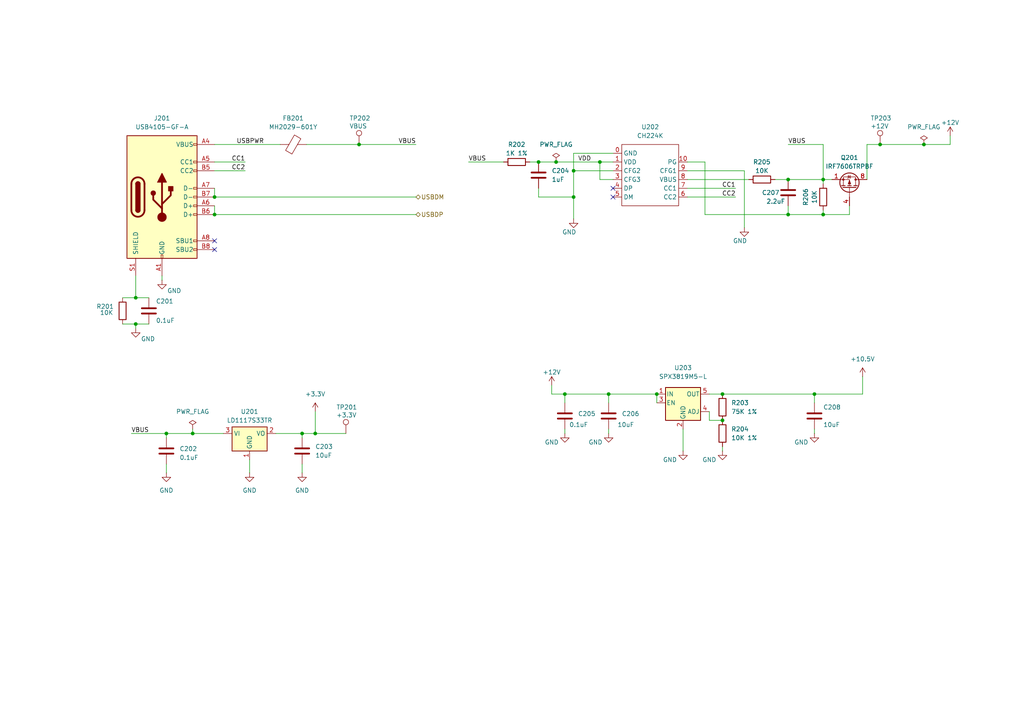
<source format=kicad_sch>
(kicad_sch
	(version 20231120)
	(generator "eeschema")
	(generator_version "8.0")
	(uuid "3d3c7df8-e599-44ad-9184-59ee1c6644e8")
	(paper "A4")
	(title_block
		(title "ELECTRIC LOAD & LOGGER V2")
		(date "2024-10-11")
		(rev "Rev.0")
		(company "HNZ")
		(comment 1 "Licensed under CC-BY-SA V4.0")
		(comment 2 "(C) 2024 Hiroshi Nakajima <hnakamiru1103@gmail.com>")
	)
	(lib_symbols
		(symbol "Connector:TestPoint"
			(pin_numbers hide)
			(pin_names
				(offset 0.762) hide)
			(exclude_from_sim no)
			(in_bom yes)
			(on_board yes)
			(property "Reference" "TP"
				(at 0 6.858 0)
				(effects
					(font
						(size 1.27 1.27)
					)
				)
			)
			(property "Value" "TestPoint"
				(at 0 5.08 0)
				(effects
					(font
						(size 1.27 1.27)
					)
				)
			)
			(property "Footprint" ""
				(at 5.08 0 0)
				(effects
					(font
						(size 1.27 1.27)
					)
					(hide yes)
				)
			)
			(property "Datasheet" "~"
				(at 5.08 0 0)
				(effects
					(font
						(size 1.27 1.27)
					)
					(hide yes)
				)
			)
			(property "Description" "test point"
				(at 0 0 0)
				(effects
					(font
						(size 1.27 1.27)
					)
					(hide yes)
				)
			)
			(property "ki_keywords" "test point tp"
				(at 0 0 0)
				(effects
					(font
						(size 1.27 1.27)
					)
					(hide yes)
				)
			)
			(property "ki_fp_filters" "Pin* Test*"
				(at 0 0 0)
				(effects
					(font
						(size 1.27 1.27)
					)
					(hide yes)
				)
			)
			(symbol "TestPoint_0_1"
				(circle
					(center 0 3.302)
					(radius 0.762)
					(stroke
						(width 0)
						(type default)
					)
					(fill
						(type none)
					)
				)
			)
			(symbol "TestPoint_1_1"
				(pin passive line
					(at 0 0 90)
					(length 2.54)
					(name "1"
						(effects
							(font
								(size 1.27 1.27)
							)
						)
					)
					(number "1"
						(effects
							(font
								(size 1.27 1.27)
							)
						)
					)
				)
			)
		)
		(symbol "Device:C"
			(pin_numbers hide)
			(pin_names
				(offset 0.254)
			)
			(exclude_from_sim no)
			(in_bom yes)
			(on_board yes)
			(property "Reference" "C"
				(at 0.635 2.54 0)
				(effects
					(font
						(size 1.27 1.27)
					)
					(justify left)
				)
			)
			(property "Value" "C"
				(at 0.635 -2.54 0)
				(effects
					(font
						(size 1.27 1.27)
					)
					(justify left)
				)
			)
			(property "Footprint" ""
				(at 0.9652 -3.81 0)
				(effects
					(font
						(size 1.27 1.27)
					)
					(hide yes)
				)
			)
			(property "Datasheet" "~"
				(at 0 0 0)
				(effects
					(font
						(size 1.27 1.27)
					)
					(hide yes)
				)
			)
			(property "Description" "Unpolarized capacitor"
				(at 0 0 0)
				(effects
					(font
						(size 1.27 1.27)
					)
					(hide yes)
				)
			)
			(property "ki_keywords" "cap capacitor"
				(at 0 0 0)
				(effects
					(font
						(size 1.27 1.27)
					)
					(hide yes)
				)
			)
			(property "ki_fp_filters" "C_*"
				(at 0 0 0)
				(effects
					(font
						(size 1.27 1.27)
					)
					(hide yes)
				)
			)
			(symbol "C_0_1"
				(polyline
					(pts
						(xy -2.032 -0.762) (xy 2.032 -0.762)
					)
					(stroke
						(width 0.508)
						(type default)
					)
					(fill
						(type none)
					)
				)
				(polyline
					(pts
						(xy -2.032 0.762) (xy 2.032 0.762)
					)
					(stroke
						(width 0.508)
						(type default)
					)
					(fill
						(type none)
					)
				)
			)
			(symbol "C_1_1"
				(pin passive line
					(at 0 3.81 270)
					(length 2.794)
					(name "~"
						(effects
							(font
								(size 1.27 1.27)
							)
						)
					)
					(number "1"
						(effects
							(font
								(size 1.27 1.27)
							)
						)
					)
				)
				(pin passive line
					(at 0 -3.81 90)
					(length 2.794)
					(name "~"
						(effects
							(font
								(size 1.27 1.27)
							)
						)
					)
					(number "2"
						(effects
							(font
								(size 1.27 1.27)
							)
						)
					)
				)
			)
		)
		(symbol "Device:FerriteBead"
			(pin_numbers hide)
			(pin_names
				(offset 0)
			)
			(exclude_from_sim no)
			(in_bom yes)
			(on_board yes)
			(property "Reference" "FB"
				(at -3.81 0.635 90)
				(effects
					(font
						(size 1.27 1.27)
					)
				)
			)
			(property "Value" "FerriteBead"
				(at 3.81 0 90)
				(effects
					(font
						(size 1.27 1.27)
					)
				)
			)
			(property "Footprint" ""
				(at -1.778 0 90)
				(effects
					(font
						(size 1.27 1.27)
					)
					(hide yes)
				)
			)
			(property "Datasheet" "~"
				(at 0 0 0)
				(effects
					(font
						(size 1.27 1.27)
					)
					(hide yes)
				)
			)
			(property "Description" "Ferrite bead"
				(at 0 0 0)
				(effects
					(font
						(size 1.27 1.27)
					)
					(hide yes)
				)
			)
			(property "ki_keywords" "L ferrite bead inductor filter"
				(at 0 0 0)
				(effects
					(font
						(size 1.27 1.27)
					)
					(hide yes)
				)
			)
			(property "ki_fp_filters" "Inductor_* L_* *Ferrite*"
				(at 0 0 0)
				(effects
					(font
						(size 1.27 1.27)
					)
					(hide yes)
				)
			)
			(symbol "FerriteBead_0_1"
				(polyline
					(pts
						(xy 0 -1.27) (xy 0 -1.2192)
					)
					(stroke
						(width 0)
						(type default)
					)
					(fill
						(type none)
					)
				)
				(polyline
					(pts
						(xy 0 1.27) (xy 0 1.2954)
					)
					(stroke
						(width 0)
						(type default)
					)
					(fill
						(type none)
					)
				)
				(polyline
					(pts
						(xy -2.7686 0.4064) (xy -1.7018 2.2606) (xy 2.7686 -0.3048) (xy 1.6764 -2.159) (xy -2.7686 0.4064)
					)
					(stroke
						(width 0)
						(type default)
					)
					(fill
						(type none)
					)
				)
			)
			(symbol "FerriteBead_1_1"
				(pin passive line
					(at 0 3.81 270)
					(length 2.54)
					(name "~"
						(effects
							(font
								(size 1.27 1.27)
							)
						)
					)
					(number "1"
						(effects
							(font
								(size 1.27 1.27)
							)
						)
					)
				)
				(pin passive line
					(at 0 -3.81 90)
					(length 2.54)
					(name "~"
						(effects
							(font
								(size 1.27 1.27)
							)
						)
					)
					(number "2"
						(effects
							(font
								(size 1.27 1.27)
							)
						)
					)
				)
			)
		)
		(symbol "Device:R"
			(pin_numbers hide)
			(pin_names
				(offset 0)
			)
			(exclude_from_sim no)
			(in_bom yes)
			(on_board yes)
			(property "Reference" "R"
				(at 2.032 0 90)
				(effects
					(font
						(size 1.27 1.27)
					)
				)
			)
			(property "Value" "R"
				(at 0 0 90)
				(effects
					(font
						(size 1.27 1.27)
					)
				)
			)
			(property "Footprint" ""
				(at -1.778 0 90)
				(effects
					(font
						(size 1.27 1.27)
					)
					(hide yes)
				)
			)
			(property "Datasheet" "~"
				(at 0 0 0)
				(effects
					(font
						(size 1.27 1.27)
					)
					(hide yes)
				)
			)
			(property "Description" "Resistor"
				(at 0 0 0)
				(effects
					(font
						(size 1.27 1.27)
					)
					(hide yes)
				)
			)
			(property "ki_keywords" "R res resistor"
				(at 0 0 0)
				(effects
					(font
						(size 1.27 1.27)
					)
					(hide yes)
				)
			)
			(property "ki_fp_filters" "R_*"
				(at 0 0 0)
				(effects
					(font
						(size 1.27 1.27)
					)
					(hide yes)
				)
			)
			(symbol "R_0_1"
				(rectangle
					(start -1.016 -2.54)
					(end 1.016 2.54)
					(stroke
						(width 0.254)
						(type default)
					)
					(fill
						(type none)
					)
				)
			)
			(symbol "R_1_1"
				(pin passive line
					(at 0 3.81 270)
					(length 1.27)
					(name "~"
						(effects
							(font
								(size 1.27 1.27)
							)
						)
					)
					(number "1"
						(effects
							(font
								(size 1.27 1.27)
							)
						)
					)
				)
				(pin passive line
					(at 0 -3.81 90)
					(length 1.27)
					(name "~"
						(effects
							(font
								(size 1.27 1.27)
							)
						)
					)
					(number "2"
						(effects
							(font
								(size 1.27 1.27)
							)
						)
					)
				)
			)
		)
		(symbol "Regulator_Linear:LD1117S33TR_SOT223"
			(exclude_from_sim no)
			(in_bom yes)
			(on_board yes)
			(property "Reference" "U"
				(at -3.81 3.175 0)
				(effects
					(font
						(size 1.27 1.27)
					)
				)
			)
			(property "Value" "LD1117S33TR_SOT223"
				(at 0 3.175 0)
				(effects
					(font
						(size 1.27 1.27)
					)
					(justify left)
				)
			)
			(property "Footprint" "Package_TO_SOT_SMD:SOT-223-3_TabPin2"
				(at 0 5.08 0)
				(effects
					(font
						(size 1.27 1.27)
					)
					(hide yes)
				)
			)
			(property "Datasheet" "http://www.st.com/st-web-ui/static/active/en/resource/technical/document/datasheet/CD00000544.pdf"
				(at 2.54 -6.35 0)
				(effects
					(font
						(size 1.27 1.27)
					)
					(hide yes)
				)
			)
			(property "Description" "800mA Fixed Low Drop Positive Voltage Regulator, Fixed Output 3.3V, SOT-223"
				(at 0 0 0)
				(effects
					(font
						(size 1.27 1.27)
					)
					(hide yes)
				)
			)
			(property "ki_keywords" "REGULATOR LDO 3.3V"
				(at 0 0 0)
				(effects
					(font
						(size 1.27 1.27)
					)
					(hide yes)
				)
			)
			(property "ki_fp_filters" "SOT?223*TabPin2*"
				(at 0 0 0)
				(effects
					(font
						(size 1.27 1.27)
					)
					(hide yes)
				)
			)
			(symbol "LD1117S33TR_SOT223_0_1"
				(rectangle
					(start -5.08 -5.08)
					(end 5.08 1.905)
					(stroke
						(width 0.254)
						(type default)
					)
					(fill
						(type background)
					)
				)
			)
			(symbol "LD1117S33TR_SOT223_1_1"
				(pin power_in line
					(at 0 -7.62 90)
					(length 2.54)
					(name "GND"
						(effects
							(font
								(size 1.27 1.27)
							)
						)
					)
					(number "1"
						(effects
							(font
								(size 1.27 1.27)
							)
						)
					)
				)
				(pin power_out line
					(at 7.62 0 180)
					(length 2.54)
					(name "VO"
						(effects
							(font
								(size 1.27 1.27)
							)
						)
					)
					(number "2"
						(effects
							(font
								(size 1.27 1.27)
							)
						)
					)
				)
				(pin power_in line
					(at -7.62 0 0)
					(length 2.54)
					(name "VI"
						(effects
							(font
								(size 1.27 1.27)
							)
						)
					)
					(number "3"
						(effects
							(font
								(size 1.27 1.27)
							)
						)
					)
				)
			)
		)
		(symbol "Regulator_Linear:SPX3819M5-L"
			(pin_names
				(offset 0.254)
			)
			(exclude_from_sim no)
			(in_bom yes)
			(on_board yes)
			(property "Reference" "U"
				(at -3.81 5.715 0)
				(effects
					(font
						(size 1.27 1.27)
					)
				)
			)
			(property "Value" "SPX3819M5-L"
				(at 0 5.715 0)
				(effects
					(font
						(size 1.27 1.27)
					)
					(justify left)
				)
			)
			(property "Footprint" "Package_TO_SOT_SMD:SOT-23-5"
				(at 0 8.255 0)
				(effects
					(font
						(size 1.27 1.27)
					)
					(hide yes)
				)
			)
			(property "Datasheet" "https://www.exar.com/content/document.ashx?id=22106&languageid=1033&type=Datasheet&partnumber=SPX3819&filename=SPX3819.pdf&part=SPX3819"
				(at 0 0 0)
				(effects
					(font
						(size 1.27 1.27)
					)
					(hide yes)
				)
			)
			(property "Description" "500mA Low drop-out regulator, Adjustable, SOT-23-5"
				(at 0 0 0)
				(effects
					(font
						(size 1.27 1.27)
					)
					(hide yes)
				)
			)
			(property "ki_keywords" "REGULATOR LDO ADJ"
				(at 0 0 0)
				(effects
					(font
						(size 1.27 1.27)
					)
					(hide yes)
				)
			)
			(property "ki_fp_filters" "SOT?23*"
				(at 0 0 0)
				(effects
					(font
						(size 1.27 1.27)
					)
					(hide yes)
				)
			)
			(symbol "SPX3819M5-L_0_1"
				(rectangle
					(start -5.08 4.445)
					(end 5.08 -5.08)
					(stroke
						(width 0.254)
						(type default)
					)
					(fill
						(type background)
					)
				)
			)
			(symbol "SPX3819M5-L_1_1"
				(pin power_in line
					(at -7.62 2.54 0)
					(length 2.54)
					(name "IN"
						(effects
							(font
								(size 1.27 1.27)
							)
						)
					)
					(number "1"
						(effects
							(font
								(size 1.27 1.27)
							)
						)
					)
				)
				(pin power_in line
					(at 0 -7.62 90)
					(length 2.54)
					(name "GND"
						(effects
							(font
								(size 1.27 1.27)
							)
						)
					)
					(number "2"
						(effects
							(font
								(size 1.27 1.27)
							)
						)
					)
				)
				(pin input line
					(at -7.62 0 0)
					(length 2.54)
					(name "EN"
						(effects
							(font
								(size 1.27 1.27)
							)
						)
					)
					(number "3"
						(effects
							(font
								(size 1.27 1.27)
							)
						)
					)
				)
				(pin input line
					(at 7.62 -2.54 180)
					(length 2.54)
					(name "ADJ"
						(effects
							(font
								(size 1.27 1.27)
							)
						)
					)
					(number "4"
						(effects
							(font
								(size 1.27 1.27)
							)
						)
					)
				)
				(pin power_out line
					(at 7.62 2.54 180)
					(length 2.54)
					(name "OUT"
						(effects
							(font
								(size 1.27 1.27)
							)
						)
					)
					(number "5"
						(effects
							(font
								(size 1.27 1.27)
							)
						)
					)
				)
			)
		)
		(symbol "power:+3.3V"
			(power)
			(pin_numbers hide)
			(pin_names
				(offset 0) hide)
			(exclude_from_sim no)
			(in_bom yes)
			(on_board yes)
			(property "Reference" "#PWR"
				(at 0 -3.81 0)
				(effects
					(font
						(size 1.27 1.27)
					)
					(hide yes)
				)
			)
			(property "Value" "+3.3V"
				(at 0 3.556 0)
				(effects
					(font
						(size 1.27 1.27)
					)
				)
			)
			(property "Footprint" ""
				(at 0 0 0)
				(effects
					(font
						(size 1.27 1.27)
					)
					(hide yes)
				)
			)
			(property "Datasheet" ""
				(at 0 0 0)
				(effects
					(font
						(size 1.27 1.27)
					)
					(hide yes)
				)
			)
			(property "Description" "Power symbol creates a global label with name \"+3.3V\""
				(at 0 0 0)
				(effects
					(font
						(size 1.27 1.27)
					)
					(hide yes)
				)
			)
			(property "ki_keywords" "global power"
				(at 0 0 0)
				(effects
					(font
						(size 1.27 1.27)
					)
					(hide yes)
				)
			)
			(symbol "+3.3V_0_1"
				(polyline
					(pts
						(xy -0.762 1.27) (xy 0 2.54)
					)
					(stroke
						(width 0)
						(type default)
					)
					(fill
						(type none)
					)
				)
				(polyline
					(pts
						(xy 0 0) (xy 0 2.54)
					)
					(stroke
						(width 0)
						(type default)
					)
					(fill
						(type none)
					)
				)
				(polyline
					(pts
						(xy 0 2.54) (xy 0.762 1.27)
					)
					(stroke
						(width 0)
						(type default)
					)
					(fill
						(type none)
					)
				)
			)
			(symbol "+3.3V_1_1"
				(pin power_in line
					(at 0 0 90)
					(length 0)
					(name "~"
						(effects
							(font
								(size 1.27 1.27)
							)
						)
					)
					(number "1"
						(effects
							(font
								(size 1.27 1.27)
							)
						)
					)
				)
			)
		)
		(symbol "power:+5V"
			(power)
			(pin_numbers hide)
			(pin_names
				(offset 0) hide)
			(exclude_from_sim no)
			(in_bom yes)
			(on_board yes)
			(property "Reference" "#PWR"
				(at 0 -3.81 0)
				(effects
					(font
						(size 1.27 1.27)
					)
					(hide yes)
				)
			)
			(property "Value" "+5V"
				(at 0 3.556 0)
				(effects
					(font
						(size 1.27 1.27)
					)
				)
			)
			(property "Footprint" ""
				(at 0 0 0)
				(effects
					(font
						(size 1.27 1.27)
					)
					(hide yes)
				)
			)
			(property "Datasheet" ""
				(at 0 0 0)
				(effects
					(font
						(size 1.27 1.27)
					)
					(hide yes)
				)
			)
			(property "Description" "Power symbol creates a global label with name \"+5V\""
				(at 0 0 0)
				(effects
					(font
						(size 1.27 1.27)
					)
					(hide yes)
				)
			)
			(property "ki_keywords" "global power"
				(at 0 0 0)
				(effects
					(font
						(size 1.27 1.27)
					)
					(hide yes)
				)
			)
			(symbol "+5V_0_1"
				(polyline
					(pts
						(xy -0.762 1.27) (xy 0 2.54)
					)
					(stroke
						(width 0)
						(type default)
					)
					(fill
						(type none)
					)
				)
				(polyline
					(pts
						(xy 0 0) (xy 0 2.54)
					)
					(stroke
						(width 0)
						(type default)
					)
					(fill
						(type none)
					)
				)
				(polyline
					(pts
						(xy 0 2.54) (xy 0.762 1.27)
					)
					(stroke
						(width 0)
						(type default)
					)
					(fill
						(type none)
					)
				)
			)
			(symbol "+5V_1_1"
				(pin power_in line
					(at 0 0 90)
					(length 0)
					(name "~"
						(effects
							(font
								(size 1.27 1.27)
							)
						)
					)
					(number "1"
						(effects
							(font
								(size 1.27 1.27)
							)
						)
					)
				)
			)
		)
		(symbol "power:GND"
			(power)
			(pin_numbers hide)
			(pin_names
				(offset 0) hide)
			(exclude_from_sim no)
			(in_bom yes)
			(on_board yes)
			(property "Reference" "#PWR"
				(at 0 -6.35 0)
				(effects
					(font
						(size 1.27 1.27)
					)
					(hide yes)
				)
			)
			(property "Value" "GND"
				(at 0 -3.81 0)
				(effects
					(font
						(size 1.27 1.27)
					)
				)
			)
			(property "Footprint" ""
				(at 0 0 0)
				(effects
					(font
						(size 1.27 1.27)
					)
					(hide yes)
				)
			)
			(property "Datasheet" ""
				(at 0 0 0)
				(effects
					(font
						(size 1.27 1.27)
					)
					(hide yes)
				)
			)
			(property "Description" "Power symbol creates a global label with name \"GND\" , ground"
				(at 0 0 0)
				(effects
					(font
						(size 1.27 1.27)
					)
					(hide yes)
				)
			)
			(property "ki_keywords" "global power"
				(at 0 0 0)
				(effects
					(font
						(size 1.27 1.27)
					)
					(hide yes)
				)
			)
			(symbol "GND_0_1"
				(polyline
					(pts
						(xy 0 0) (xy 0 -1.27) (xy 1.27 -1.27) (xy 0 -2.54) (xy -1.27 -1.27) (xy 0 -1.27)
					)
					(stroke
						(width 0)
						(type default)
					)
					(fill
						(type none)
					)
				)
			)
			(symbol "GND_1_1"
				(pin power_in line
					(at 0 0 270)
					(length 0)
					(name "~"
						(effects
							(font
								(size 1.27 1.27)
							)
						)
					)
					(number "1"
						(effects
							(font
								(size 1.27 1.27)
							)
						)
					)
				)
			)
		)
		(symbol "power:PWR_FLAG"
			(power)
			(pin_numbers hide)
			(pin_names
				(offset 0) hide)
			(exclude_from_sim no)
			(in_bom yes)
			(on_board yes)
			(property "Reference" "#FLG"
				(at 0 1.905 0)
				(effects
					(font
						(size 1.27 1.27)
					)
					(hide yes)
				)
			)
			(property "Value" "PWR_FLAG"
				(at 0 3.81 0)
				(effects
					(font
						(size 1.27 1.27)
					)
				)
			)
			(property "Footprint" ""
				(at 0 0 0)
				(effects
					(font
						(size 1.27 1.27)
					)
					(hide yes)
				)
			)
			(property "Datasheet" "~"
				(at 0 0 0)
				(effects
					(font
						(size 1.27 1.27)
					)
					(hide yes)
				)
			)
			(property "Description" "Special symbol for telling ERC where power comes from"
				(at 0 0 0)
				(effects
					(font
						(size 1.27 1.27)
					)
					(hide yes)
				)
			)
			(property "ki_keywords" "flag power"
				(at 0 0 0)
				(effects
					(font
						(size 1.27 1.27)
					)
					(hide yes)
				)
			)
			(symbol "PWR_FLAG_0_0"
				(pin power_out line
					(at 0 0 90)
					(length 0)
					(name "~"
						(effects
							(font
								(size 1.27 1.27)
							)
						)
					)
					(number "1"
						(effects
							(font
								(size 1.27 1.27)
							)
						)
					)
				)
			)
			(symbol "PWR_FLAG_0_1"
				(polyline
					(pts
						(xy 0 0) (xy 0 1.27) (xy -1.016 1.905) (xy 0 2.54) (xy 1.016 1.905) (xy 0 1.27)
					)
					(stroke
						(width 0)
						(type default)
					)
					(fill
						(type none)
					)
				)
			)
		)
		(symbol "tbctl:0.1uF"
			(pin_numbers hide)
			(pin_names
				(offset 0.254)
			)
			(exclude_from_sim no)
			(in_bom yes)
			(on_board yes)
			(property "Reference" "C"
				(at 0.635 2.54 0)
				(effects
					(font
						(size 1.27 1.27)
					)
					(justify left)
				)
			)
			(property "Value" "0.1uF"
				(at 0.635 -2.54 0)
				(effects
					(font
						(size 1.27 1.27)
					)
					(justify left)
				)
			)
			(property "Footprint" "Capacitor_SMD:C_0603_1608Metric"
				(at 0.9652 -3.81 0)
				(effects
					(font
						(size 1.27 1.27)
					)
					(hide yes)
				)
			)
			(property "Datasheet" "~"
				(at 0 0 0)
				(effects
					(font
						(size 1.27 1.27)
					)
					(hide yes)
				)
			)
			(property "Description" "C_SMD_0603_1608_0.1uF"
				(at 0 0 0)
				(effects
					(font
						(size 1.27 1.27)
					)
					(hide yes)
				)
			)
			(property "ki_keywords" "cap capacitor"
				(at 0 0 0)
				(effects
					(font
						(size 1.27 1.27)
					)
					(hide yes)
				)
			)
			(property "ki_fp_filters" "C_*"
				(at 0 0 0)
				(effects
					(font
						(size 1.27 1.27)
					)
					(hide yes)
				)
			)
			(symbol "0.1uF_0_1"
				(polyline
					(pts
						(xy -2.032 -0.762) (xy 2.032 -0.762)
					)
					(stroke
						(width 0.508)
						(type default)
					)
					(fill
						(type none)
					)
				)
				(polyline
					(pts
						(xy -2.032 0.762) (xy 2.032 0.762)
					)
					(stroke
						(width 0.508)
						(type default)
					)
					(fill
						(type none)
					)
				)
			)
			(symbol "0.1uF_1_1"
				(pin passive line
					(at 0 3.81 270)
					(length 2.794)
					(name "~"
						(effects
							(font
								(size 1.27 1.27)
							)
						)
					)
					(number "1"
						(effects
							(font
								(size 1.27 1.27)
							)
						)
					)
				)
				(pin passive line
					(at 0 -3.81 90)
					(length 2.794)
					(name "~"
						(effects
							(font
								(size 1.27 1.27)
							)
						)
					)
					(number "2"
						(effects
							(font
								(size 1.27 1.27)
							)
						)
					)
				)
			)
		)
		(symbol "tbctl:0R"
			(pin_numbers hide)
			(pin_names
				(offset 0)
			)
			(exclude_from_sim no)
			(in_bom yes)
			(on_board yes)
			(property "Reference" "R"
				(at 2.032 0 90)
				(effects
					(font
						(size 1.27 1.27)
					)
				)
			)
			(property "Value" "0R"
				(at 0 0 90)
				(effects
					(font
						(size 1.27 1.27)
					)
				)
			)
			(property "Footprint" "Resistor_SMD:R_0603_1608Metric"
				(at -1.778 0 90)
				(effects
					(font
						(size 1.27 1.27)
					)
					(hide yes)
				)
			)
			(property "Datasheet" "~"
				(at 0 0 0)
				(effects
					(font
						(size 1.27 1.27)
					)
					(hide yes)
				)
			)
			(property "Description" "Resistor_SMD_0603_1608"
				(at 0 0 0)
				(effects
					(font
						(size 1.27 1.27)
					)
					(hide yes)
				)
			)
			(property "ki_keywords" "R res resistor"
				(at 0 0 0)
				(effects
					(font
						(size 1.27 1.27)
					)
					(hide yes)
				)
			)
			(property "ki_fp_filters" "R_*"
				(at 0 0 0)
				(effects
					(font
						(size 1.27 1.27)
					)
					(hide yes)
				)
			)
			(symbol "0R_0_1"
				(rectangle
					(start -1.016 -2.54)
					(end 1.016 2.54)
					(stroke
						(width 0.254)
						(type default)
					)
					(fill
						(type none)
					)
				)
			)
			(symbol "0R_1_1"
				(pin passive line
					(at 0 3.81 270)
					(length 1.27)
					(name "~"
						(effects
							(font
								(size 1.27 1.27)
							)
						)
					)
					(number "1"
						(effects
							(font
								(size 1.27 1.27)
							)
						)
					)
				)
				(pin passive line
					(at 0 -3.81 90)
					(length 1.27)
					(name "~"
						(effects
							(font
								(size 1.27 1.27)
							)
						)
					)
					(number "2"
						(effects
							(font
								(size 1.27 1.27)
							)
						)
					)
				)
			)
		)
		(symbol "tbctl:10K"
			(pin_numbers hide)
			(pin_names
				(offset 0)
			)
			(exclude_from_sim no)
			(in_bom yes)
			(on_board yes)
			(property "Reference" "R"
				(at 2.032 0 90)
				(effects
					(font
						(size 1.27 1.27)
					)
				)
			)
			(property "Value" "10K"
				(at 0 0 90)
				(effects
					(font
						(size 1.27 1.27)
					)
				)
			)
			(property "Footprint" "Resistor_SMD:R_0805_2012Metric"
				(at -1.778 0 90)
				(effects
					(font
						(size 1.27 1.27)
					)
					(hide yes)
				)
			)
			(property "Datasheet" "~"
				(at 0 0 0)
				(effects
					(font
						(size 1.27 1.27)
					)
					(hide yes)
				)
			)
			(property "Description" "Resistor_SMD:R_0805_2012Metric"
				(at 0 0 0)
				(effects
					(font
						(size 1.27 1.27)
					)
					(hide yes)
				)
			)
			(property "ki_keywords" "R res resistor"
				(at 0 0 0)
				(effects
					(font
						(size 1.27 1.27)
					)
					(hide yes)
				)
			)
			(property "ki_fp_filters" "R_*"
				(at 0 0 0)
				(effects
					(font
						(size 1.27 1.27)
					)
					(hide yes)
				)
			)
			(symbol "10K_0_1"
				(rectangle
					(start -1.016 -2.54)
					(end 1.016 2.54)
					(stroke
						(width 0.254)
						(type default)
					)
					(fill
						(type none)
					)
				)
			)
			(symbol "10K_1_1"
				(pin passive line
					(at 0 3.81 270)
					(length 1.27)
					(name "~"
						(effects
							(font
								(size 1.27 1.27)
							)
						)
					)
					(number "1"
						(effects
							(font
								(size 1.27 1.27)
							)
						)
					)
				)
				(pin passive line
					(at 0 -3.81 90)
					(length 1.27)
					(name "~"
						(effects
							(font
								(size 1.27 1.27)
							)
						)
					)
					(number "2"
						(effects
							(font
								(size 1.27 1.27)
							)
						)
					)
				)
			)
		)
		(symbol "tbctl:CH224K"
			(exclude_from_sim no)
			(in_bom yes)
			(on_board yes)
			(property "Reference" "U"
				(at -2.54 6.35 0)
				(effects
					(font
						(size 1.27 1.27)
					)
				)
			)
			(property "Value" "CH224K"
				(at 0 -11.43 0)
				(effects
					(font
						(size 1.27 1.27)
					)
				)
			)
			(property "Footprint" "tbctl:ESSOP-10_3.9x4.9mm_P1.00mm"
				(at 3.81 -16.51 0)
				(effects
					(font
						(size 1.27 1.27)
					)
					(hide yes)
				)
			)
			(property "Datasheet" ""
				(at 0 0 0)
				(effects
					(font
						(size 1.27 1.27)
					)
					(hide yes)
				)
			)
			(property "Description" "USB PD and Other Fast Charging Protocol Sink Controller CH224"
				(at 0 0 0)
				(effects
					(font
						(size 1.27 1.27)
					)
					(hide yes)
				)
			)
			(property "ki_keywords" "USB PD"
				(at 0 0 0)
				(effects
					(font
						(size 1.27 1.27)
					)
					(hide yes)
				)
			)
			(symbol "CH224K_0_1"
				(rectangle
					(start -7.62 5.08)
					(end 8.89 -12.7)
					(stroke
						(width 0)
						(type default)
					)
					(fill
						(type none)
					)
				)
			)
			(symbol "CH224K_1_1"
				(pin power_in line
					(at -10.16 2.54 0)
					(length 2.54)
					(name "GND"
						(effects
							(font
								(size 1.27 1.27)
							)
						)
					)
					(number "0"
						(effects
							(font
								(size 1.27 1.27)
							)
						)
					)
				)
				(pin power_in line
					(at -10.16 0 0)
					(length 2.54)
					(name "VDD"
						(effects
							(font
								(size 1.27 1.27)
							)
						)
					)
					(number "1"
						(effects
							(font
								(size 1.27 1.27)
							)
						)
					)
				)
				(pin passive line
					(at 11.43 0 180)
					(length 2.54)
					(name "PG"
						(effects
							(font
								(size 1.27 1.27)
							)
						)
					)
					(number "10"
						(effects
							(font
								(size 1.27 1.27)
							)
						)
					)
				)
				(pin passive line
					(at -10.16 -2.54 0)
					(length 2.54)
					(name "CFG2"
						(effects
							(font
								(size 1.27 1.27)
							)
						)
					)
					(number "2"
						(effects
							(font
								(size 1.27 1.27)
							)
						)
					)
				)
				(pin passive line
					(at -10.16 -5.08 0)
					(length 2.54)
					(name "CFG3"
						(effects
							(font
								(size 1.27 1.27)
							)
						)
					)
					(number "3"
						(effects
							(font
								(size 1.27 1.27)
							)
						)
					)
				)
				(pin passive line
					(at -10.16 -7.62 0)
					(length 2.54)
					(name "DP"
						(effects
							(font
								(size 1.27 1.27)
							)
						)
					)
					(number "4"
						(effects
							(font
								(size 1.27 1.27)
							)
						)
					)
				)
				(pin passive line
					(at -10.16 -10.16 0)
					(length 2.54)
					(name "DM"
						(effects
							(font
								(size 1.27 1.27)
							)
						)
					)
					(number "5"
						(effects
							(font
								(size 1.27 1.27)
							)
						)
					)
				)
				(pin passive line
					(at 11.43 -10.16 180)
					(length 2.54)
					(name "CC2"
						(effects
							(font
								(size 1.27 1.27)
							)
						)
					)
					(number "6"
						(effects
							(font
								(size 1.27 1.27)
							)
						)
					)
				)
				(pin passive line
					(at 11.43 -7.62 180)
					(length 2.54)
					(name "CC1"
						(effects
							(font
								(size 1.27 1.27)
							)
						)
					)
					(number "7"
						(effects
							(font
								(size 1.27 1.27)
							)
						)
					)
				)
				(pin passive line
					(at 11.43 -5.08 180)
					(length 2.54)
					(name "VBUS"
						(effects
							(font
								(size 1.27 1.27)
							)
						)
					)
					(number "8"
						(effects
							(font
								(size 1.27 1.27)
							)
						)
					)
				)
				(pin passive line
					(at 11.43 -2.54 180)
					(length 2.54)
					(name "CFG1"
						(effects
							(font
								(size 1.27 1.27)
							)
						)
					)
					(number "9"
						(effects
							(font
								(size 1.27 1.27)
							)
						)
					)
				)
			)
		)
		(symbol "tbctl:IRF7606PBF"
			(pin_names hide)
			(exclude_from_sim no)
			(in_bom yes)
			(on_board yes)
			(property "Reference" "Q"
				(at 5.08 1.905 0)
				(effects
					(font
						(size 1.27 1.27)
					)
					(justify left)
				)
			)
			(property "Value" "IRF7606PBF"
				(at 5.08 0 0)
				(effects
					(font
						(size 1.27 1.27)
					)
					(justify left)
				)
			)
			(property "Footprint" "Package_SO:MSOP-8_3x3mm_P0.65mm"
				(at 5.08 -1.905 0)
				(effects
					(font
						(size 1.27 1.27)
						(italic yes)
					)
					(justify left)
					(hide yes)
				)
			)
			(property "Datasheet" "http://www.irf.com/product-info/datasheets/data/irf7606pbf.pdf"
				(at 0 0 90)
				(effects
					(font
						(size 1.27 1.27)
					)
					(justify left)
					(hide yes)
				)
			)
			(property "Description" "-3.6A Id, -30V Vds, HexFET P-MOS Power MOSFET, Ronon 0.09R, Micro8"
				(at 0 0 0)
				(effects
					(font
						(size 1.27 1.27)
					)
					(hide yes)
				)
			)
			(property "ki_keywords" "HexFET Power MOSFET P-MOS"
				(at 0 0 0)
				(effects
					(font
						(size 1.27 1.27)
					)
					(hide yes)
				)
			)
			(property "ki_fp_filters" "MSOP*3x3mm*P0.65mm*"
				(at 0 0 0)
				(effects
					(font
						(size 1.27 1.27)
					)
					(hide yes)
				)
			)
			(symbol "IRF7606PBF_0_1"
				(polyline
					(pts
						(xy 0.254 0) (xy -2.54 0)
					)
					(stroke
						(width 0)
						(type default)
					)
					(fill
						(type none)
					)
				)
				(polyline
					(pts
						(xy 0.254 1.905) (xy 0.254 -1.905)
					)
					(stroke
						(width 0.254)
						(type default)
					)
					(fill
						(type none)
					)
				)
				(polyline
					(pts
						(xy 0.762 -1.27) (xy 0.762 -2.286)
					)
					(stroke
						(width 0.254)
						(type default)
					)
					(fill
						(type none)
					)
				)
				(polyline
					(pts
						(xy 0.762 0.508) (xy 0.762 -0.508)
					)
					(stroke
						(width 0.254)
						(type default)
					)
					(fill
						(type none)
					)
				)
				(polyline
					(pts
						(xy 0.762 2.286) (xy 0.762 1.27)
					)
					(stroke
						(width 0.254)
						(type default)
					)
					(fill
						(type none)
					)
				)
				(polyline
					(pts
						(xy 2.54 2.54) (xy 2.54 1.778)
					)
					(stroke
						(width 0)
						(type default)
					)
					(fill
						(type none)
					)
				)
				(polyline
					(pts
						(xy 2.54 -2.54) (xy 2.54 0) (xy 0.762 0)
					)
					(stroke
						(width 0)
						(type default)
					)
					(fill
						(type none)
					)
				)
				(polyline
					(pts
						(xy 0.762 1.778) (xy 3.302 1.778) (xy 3.302 -1.778) (xy 0.762 -1.778)
					)
					(stroke
						(width 0)
						(type default)
					)
					(fill
						(type none)
					)
				)
				(polyline
					(pts
						(xy 2.286 0) (xy 1.27 0.381) (xy 1.27 -0.381) (xy 2.286 0)
					)
					(stroke
						(width 0)
						(type default)
					)
					(fill
						(type outline)
					)
				)
				(polyline
					(pts
						(xy 2.794 -0.508) (xy 2.921 -0.381) (xy 3.683 -0.381) (xy 3.81 -0.254)
					)
					(stroke
						(width 0)
						(type default)
					)
					(fill
						(type none)
					)
				)
				(polyline
					(pts
						(xy 3.302 -0.381) (xy 2.921 0.254) (xy 3.683 0.254) (xy 3.302 -0.381)
					)
					(stroke
						(width 0)
						(type default)
					)
					(fill
						(type none)
					)
				)
				(circle
					(center 1.651 0)
					(radius 2.794)
					(stroke
						(width 0.254)
						(type default)
					)
					(fill
						(type none)
					)
				)
				(circle
					(center 2.54 -1.778)
					(radius 0.254)
					(stroke
						(width 0)
						(type default)
					)
					(fill
						(type outline)
					)
				)
				(circle
					(center 2.54 1.778)
					(radius 0.254)
					(stroke
						(width 0)
						(type default)
					)
					(fill
						(type outline)
					)
				)
			)
			(symbol "IRF7606PBF_1_1"
				(pin passive line
					(at 2.54 -5.08 90)
					(length 2.54)
					(name "S"
						(effects
							(font
								(size 1.27 1.27)
							)
						)
					)
					(number "1"
						(effects
							(font
								(size 1.27 1.27)
							)
						)
					)
				)
				(pin passive line
					(at 2.54 -5.08 90)
					(length 2.54) hide
					(name "S"
						(effects
							(font
								(size 1.27 1.27)
							)
						)
					)
					(number "2"
						(effects
							(font
								(size 1.27 1.27)
							)
						)
					)
				)
				(pin passive line
					(at 2.54 -5.08 90)
					(length 2.54) hide
					(name "S"
						(effects
							(font
								(size 1.27 1.27)
							)
						)
					)
					(number "3"
						(effects
							(font
								(size 1.27 1.27)
							)
						)
					)
				)
				(pin passive line
					(at -5.08 0 0)
					(length 2.54)
					(name "G"
						(effects
							(font
								(size 1.27 1.27)
							)
						)
					)
					(number "4"
						(effects
							(font
								(size 1.27 1.27)
							)
						)
					)
				)
				(pin passive line
					(at 2.54 5.08 270)
					(length 2.54) hide
					(name "D"
						(effects
							(font
								(size 1.27 1.27)
							)
						)
					)
					(number "5"
						(effects
							(font
								(size 1.27 1.27)
							)
						)
					)
				)
				(pin passive line
					(at 2.54 5.08 270)
					(length 2.54) hide
					(name "D"
						(effects
							(font
								(size 1.27 1.27)
							)
						)
					)
					(number "6"
						(effects
							(font
								(size 1.27 1.27)
							)
						)
					)
				)
				(pin passive line
					(at 2.54 5.08 270)
					(length 2.54) hide
					(name "D"
						(effects
							(font
								(size 1.27 1.27)
							)
						)
					)
					(number "7"
						(effects
							(font
								(size 1.27 1.27)
							)
						)
					)
				)
				(pin passive line
					(at 2.54 5.08 270)
					(length 2.54)
					(name "D"
						(effects
							(font
								(size 1.27 1.27)
							)
						)
					)
					(number "8"
						(effects
							(font
								(size 1.27 1.27)
							)
						)
					)
				)
			)
		)
		(symbol "tbctl:USB_C_Receptacle_USB2.0_5077CR"
			(pin_names
				(offset 1.016)
			)
			(exclude_from_sim no)
			(in_bom yes)
			(on_board yes)
			(property "Reference" "J"
				(at -10.16 19.05 0)
				(effects
					(font
						(size 1.27 1.27)
					)
					(justify left)
				)
			)
			(property "Value" "USB_C_Receptacle_USB2.0_5077CR"
				(at 19.05 19.05 0)
				(effects
					(font
						(size 1.27 1.27)
					)
					(justify right)
				)
			)
			(property "Footprint" "tbctl:USB_C_5077CR-16-SMC2-BK-TR"
				(at 3.81 0 0)
				(effects
					(font
						(size 1.27 1.27)
					)
					(hide yes)
				)
			)
			(property "Datasheet" "https://www.usb.org/sites/default/files/documents/usb_type-c.zip"
				(at 3.81 0 0)
				(effects
					(font
						(size 1.27 1.27)
					)
					(hide yes)
				)
			)
			(property "Description" "USB 2.0-only Type-C Receptacle connector"
				(at 0 0 0)
				(effects
					(font
						(size 1.27 1.27)
					)
					(hide yes)
				)
			)
			(property "ki_keywords" "usb universal serial bus type-C USB2.0"
				(at 0 0 0)
				(effects
					(font
						(size 1.27 1.27)
					)
					(hide yes)
				)
			)
			(property "ki_fp_filters" "USB*C*Receptacle*"
				(at 0 0 0)
				(effects
					(font
						(size 1.27 1.27)
					)
					(hide yes)
				)
			)
			(symbol "USB_C_Receptacle_USB2.0_5077CR_0_0"
				(rectangle
					(start -0.254 -17.78)
					(end 0.254 -16.764)
					(stroke
						(width 0)
						(type default)
					)
					(fill
						(type none)
					)
				)
				(rectangle
					(start 10.16 -14.986)
					(end 9.144 -15.494)
					(stroke
						(width 0)
						(type default)
					)
					(fill
						(type none)
					)
				)
				(rectangle
					(start 10.16 -12.446)
					(end 9.144 -12.954)
					(stroke
						(width 0)
						(type default)
					)
					(fill
						(type none)
					)
				)
				(rectangle
					(start 10.16 -4.826)
					(end 9.144 -5.334)
					(stroke
						(width 0)
						(type default)
					)
					(fill
						(type none)
					)
				)
				(rectangle
					(start 10.16 -2.286)
					(end 9.144 -2.794)
					(stroke
						(width 0)
						(type default)
					)
					(fill
						(type none)
					)
				)
				(rectangle
					(start 10.16 0.254)
					(end 9.144 -0.254)
					(stroke
						(width 0)
						(type default)
					)
					(fill
						(type none)
					)
				)
				(rectangle
					(start 10.16 2.794)
					(end 9.144 2.286)
					(stroke
						(width 0)
						(type default)
					)
					(fill
						(type none)
					)
				)
				(rectangle
					(start 10.16 7.874)
					(end 9.144 7.366)
					(stroke
						(width 0)
						(type default)
					)
					(fill
						(type none)
					)
				)
				(rectangle
					(start 10.16 10.414)
					(end 9.144 9.906)
					(stroke
						(width 0)
						(type default)
					)
					(fill
						(type none)
					)
				)
				(rectangle
					(start 10.16 15.494)
					(end 9.144 14.986)
					(stroke
						(width 0)
						(type default)
					)
					(fill
						(type none)
					)
				)
			)
			(symbol "USB_C_Receptacle_USB2.0_5077CR_0_1"
				(rectangle
					(start -10.16 17.78)
					(end 10.16 -17.78)
					(stroke
						(width 0.254)
						(type default)
					)
					(fill
						(type background)
					)
				)
				(arc
					(start -8.89 -3.81)
					(mid -6.985 -5.7067)
					(end -5.08 -3.81)
					(stroke
						(width 0.508)
						(type default)
					)
					(fill
						(type none)
					)
				)
				(arc
					(start -7.62 -3.81)
					(mid -6.985 -4.4423)
					(end -6.35 -3.81)
					(stroke
						(width 0.254)
						(type default)
					)
					(fill
						(type none)
					)
				)
				(arc
					(start -7.62 -3.81)
					(mid -6.985 -4.4423)
					(end -6.35 -3.81)
					(stroke
						(width 0.254)
						(type default)
					)
					(fill
						(type outline)
					)
				)
				(rectangle
					(start -7.62 -3.81)
					(end -6.35 3.81)
					(stroke
						(width 0.254)
						(type default)
					)
					(fill
						(type outline)
					)
				)
				(arc
					(start -6.35 3.81)
					(mid -6.985 4.4423)
					(end -7.62 3.81)
					(stroke
						(width 0.254)
						(type default)
					)
					(fill
						(type none)
					)
				)
				(arc
					(start -6.35 3.81)
					(mid -6.985 4.4423)
					(end -7.62 3.81)
					(stroke
						(width 0.254)
						(type default)
					)
					(fill
						(type outline)
					)
				)
				(arc
					(start -5.08 3.81)
					(mid -6.985 5.7067)
					(end -8.89 3.81)
					(stroke
						(width 0.508)
						(type default)
					)
					(fill
						(type none)
					)
				)
				(circle
					(center -2.54 1.143)
					(radius 0.635)
					(stroke
						(width 0.254)
						(type default)
					)
					(fill
						(type outline)
					)
				)
				(circle
					(center 0 -5.842)
					(radius 1.27)
					(stroke
						(width 0)
						(type default)
					)
					(fill
						(type outline)
					)
				)
				(polyline
					(pts
						(xy -8.89 -3.81) (xy -8.89 3.81)
					)
					(stroke
						(width 0.508)
						(type default)
					)
					(fill
						(type none)
					)
				)
				(polyline
					(pts
						(xy -5.08 3.81) (xy -5.08 -3.81)
					)
					(stroke
						(width 0.508)
						(type default)
					)
					(fill
						(type none)
					)
				)
				(polyline
					(pts
						(xy 0 -5.842) (xy 0 4.318)
					)
					(stroke
						(width 0.508)
						(type default)
					)
					(fill
						(type none)
					)
				)
				(polyline
					(pts
						(xy 0 -3.302) (xy -2.54 -0.762) (xy -2.54 0.508)
					)
					(stroke
						(width 0.508)
						(type default)
					)
					(fill
						(type none)
					)
				)
				(polyline
					(pts
						(xy 0 -2.032) (xy 2.54 0.508) (xy 2.54 1.778)
					)
					(stroke
						(width 0.508)
						(type default)
					)
					(fill
						(type none)
					)
				)
				(polyline
					(pts
						(xy -1.27 4.318) (xy 0 6.858) (xy 1.27 4.318) (xy -1.27 4.318)
					)
					(stroke
						(width 0.254)
						(type default)
					)
					(fill
						(type outline)
					)
				)
				(rectangle
					(start 1.905 1.778)
					(end 3.175 3.048)
					(stroke
						(width 0.254)
						(type default)
					)
					(fill
						(type outline)
					)
				)
			)
			(symbol "USB_C_Receptacle_USB2.0_5077CR_1_1"
				(pin passive line
					(at 0 -22.86 90)
					(length 5.08)
					(name "GND"
						(effects
							(font
								(size 1.27 1.27)
							)
						)
					)
					(number "A1"
						(effects
							(font
								(size 1.27 1.27)
							)
						)
					)
				)
				(pin passive line
					(at 0 -22.86 90)
					(length 5.08) hide
					(name "GND"
						(effects
							(font
								(size 1.27 1.27)
							)
						)
					)
					(number "A12"
						(effects
							(font
								(size 1.27 1.27)
							)
						)
					)
				)
				(pin passive line
					(at 15.24 15.24 180)
					(length 5.08)
					(name "VBUS"
						(effects
							(font
								(size 1.27 1.27)
							)
						)
					)
					(number "A4"
						(effects
							(font
								(size 1.27 1.27)
							)
						)
					)
				)
				(pin bidirectional line
					(at 15.24 10.16 180)
					(length 5.08)
					(name "CC1"
						(effects
							(font
								(size 1.27 1.27)
							)
						)
					)
					(number "A5"
						(effects
							(font
								(size 1.27 1.27)
							)
						)
					)
				)
				(pin bidirectional line
					(at 15.24 -2.54 180)
					(length 5.08)
					(name "D+"
						(effects
							(font
								(size 1.27 1.27)
							)
						)
					)
					(number "A6"
						(effects
							(font
								(size 1.27 1.27)
							)
						)
					)
				)
				(pin bidirectional line
					(at 15.24 2.54 180)
					(length 5.08)
					(name "D-"
						(effects
							(font
								(size 1.27 1.27)
							)
						)
					)
					(number "A7"
						(effects
							(font
								(size 1.27 1.27)
							)
						)
					)
				)
				(pin bidirectional line
					(at 15.24 -12.7 180)
					(length 5.08)
					(name "SBU1"
						(effects
							(font
								(size 1.27 1.27)
							)
						)
					)
					(number "A8"
						(effects
							(font
								(size 1.27 1.27)
							)
						)
					)
				)
				(pin passive line
					(at 15.24 15.24 180)
					(length 5.08) hide
					(name "VBUS"
						(effects
							(font
								(size 1.27 1.27)
							)
						)
					)
					(number "A9"
						(effects
							(font
								(size 1.27 1.27)
							)
						)
					)
				)
				(pin passive line
					(at 0 -22.86 90)
					(length 5.08) hide
					(name "GND"
						(effects
							(font
								(size 1.27 1.27)
							)
						)
					)
					(number "B1"
						(effects
							(font
								(size 1.27 1.27)
							)
						)
					)
				)
				(pin passive line
					(at 0 -22.86 90)
					(length 5.08) hide
					(name "GND"
						(effects
							(font
								(size 1.27 1.27)
							)
						)
					)
					(number "B12"
						(effects
							(font
								(size 1.27 1.27)
							)
						)
					)
				)
				(pin passive line
					(at 15.24 15.24 180)
					(length 5.08) hide
					(name "VBUS"
						(effects
							(font
								(size 1.27 1.27)
							)
						)
					)
					(number "B4"
						(effects
							(font
								(size 1.27 1.27)
							)
						)
					)
				)
				(pin bidirectional line
					(at 15.24 7.62 180)
					(length 5.08)
					(name "CC2"
						(effects
							(font
								(size 1.27 1.27)
							)
						)
					)
					(number "B5"
						(effects
							(font
								(size 1.27 1.27)
							)
						)
					)
				)
				(pin bidirectional line
					(at 15.24 -5.08 180)
					(length 5.08)
					(name "D+"
						(effects
							(font
								(size 1.27 1.27)
							)
						)
					)
					(number "B6"
						(effects
							(font
								(size 1.27 1.27)
							)
						)
					)
				)
				(pin bidirectional line
					(at 15.24 0 180)
					(length 5.08)
					(name "D-"
						(effects
							(font
								(size 1.27 1.27)
							)
						)
					)
					(number "B7"
						(effects
							(font
								(size 1.27 1.27)
							)
						)
					)
				)
				(pin bidirectional line
					(at 15.24 -15.24 180)
					(length 5.08)
					(name "SBU2"
						(effects
							(font
								(size 1.27 1.27)
							)
						)
					)
					(number "B8"
						(effects
							(font
								(size 1.27 1.27)
							)
						)
					)
				)
				(pin passive line
					(at 15.24 15.24 180)
					(length 5.08) hide
					(name "VBUS"
						(effects
							(font
								(size 1.27 1.27)
							)
						)
					)
					(number "B9"
						(effects
							(font
								(size 1.27 1.27)
							)
						)
					)
				)
				(pin passive line
					(at -7.62 -22.86 90)
					(length 5.08)
					(name "SHIELD"
						(effects
							(font
								(size 1.27 1.27)
							)
						)
					)
					(number "S1"
						(effects
							(font
								(size 1.27 1.27)
							)
						)
					)
				)
			)
		)
	)
	(junction
		(at 55.88 125.73)
		(diameter 0)
		(color 0 0 0 0)
		(uuid "128b51a1-a7da-44df-93aa-9e4f76e42978")
	)
	(junction
		(at 163.83 114.3)
		(diameter 0)
		(color 0 0 0 0)
		(uuid "163f734e-bd78-4286-bc3c-d338736c344b")
	)
	(junction
		(at 209.55 121.92)
		(diameter 0)
		(color 0 0 0 0)
		(uuid "26a8838b-6a85-4b32-8b8e-8e38101349d0")
	)
	(junction
		(at 267.97 41.91)
		(diameter 0)
		(color 0 0 0 0)
		(uuid "514c065e-3f4e-48bb-9d92-5e5b92eea0ff")
	)
	(junction
		(at 166.37 57.15)
		(diameter 0)
		(color 0 0 0 0)
		(uuid "609d3cb8-d6c3-4d76-94f0-c7c30df60528")
	)
	(junction
		(at 39.37 93.98)
		(diameter 0)
		(color 0 0 0 0)
		(uuid "645adef1-395c-4c3e-bccd-ff2cc4c1035c")
	)
	(junction
		(at 87.63 125.73)
		(diameter 0)
		(color 0 0 0 0)
		(uuid "65a06600-12e8-4e52-aa13-dda8bb7108fd")
	)
	(junction
		(at 48.26 125.73)
		(diameter 0)
		(color 0 0 0 0)
		(uuid "69d0df4f-df11-49a1-9701-bb0b43f3bb25")
	)
	(junction
		(at 255.27 41.91)
		(diameter 0)
		(color 0 0 0 0)
		(uuid "69ed00e4-6fa3-41d1-8499-545b9e1370cd")
	)
	(junction
		(at 104.14 41.91)
		(diameter 0)
		(color 0 0 0 0)
		(uuid "8fe949de-0802-4b9d-aca6-e0560c6d2563")
	)
	(junction
		(at 62.23 57.15)
		(diameter 0)
		(color 0 0 0 0)
		(uuid "9046317a-9ceb-45af-b9a5-fe9e124a846b")
	)
	(junction
		(at 156.21 46.99)
		(diameter 0)
		(color 0 0 0 0)
		(uuid "928bc086-482f-4d99-901f-981370114dde")
	)
	(junction
		(at 39.37 86.36)
		(diameter 0)
		(color 0 0 0 0)
		(uuid "97b93f1c-f8e8-4c9a-9657-1c6f1881baf0")
	)
	(junction
		(at 173.99 46.99)
		(diameter 0)
		(color 0 0 0 0)
		(uuid "9f56f022-829e-480e-b9c2-9203c79924fa")
	)
	(junction
		(at 161.29 46.99)
		(diameter 0)
		(color 0 0 0 0)
		(uuid "a02e02c1-bccb-4a88-ab9c-f85de42c5ca4")
	)
	(junction
		(at 236.22 114.3)
		(diameter 0)
		(color 0 0 0 0)
		(uuid "aa479d82-fb55-46d5-8180-192145724299")
	)
	(junction
		(at 91.44 125.73)
		(diameter 0)
		(color 0 0 0 0)
		(uuid "adec9bb3-5045-4d2e-add4-40d52d31e991")
	)
	(junction
		(at 209.55 114.3)
		(diameter 0)
		(color 0 0 0 0)
		(uuid "c41878e3-1ead-4501-b5a4-0259da6d294d")
	)
	(junction
		(at 190.5 114.3)
		(diameter 0)
		(color 0 0 0 0)
		(uuid "c4bd0df9-d73a-4554-8cf3-325ddc81c84b")
	)
	(junction
		(at 238.76 52.07)
		(diameter 0)
		(color 0 0 0 0)
		(uuid "dced4de2-288f-4a39-b0e1-a16b1a810cf0")
	)
	(junction
		(at 176.53 114.3)
		(diameter 0)
		(color 0 0 0 0)
		(uuid "dd9b40cf-5e15-444c-a62b-1b0163ecaa7b")
	)
	(junction
		(at 228.6 62.23)
		(diameter 0)
		(color 0 0 0 0)
		(uuid "e2817f02-deaa-46b7-a691-0bf480f19542")
	)
	(junction
		(at 228.6 52.07)
		(diameter 0)
		(color 0 0 0 0)
		(uuid "e6b6465c-db16-4c67-bf57-a4ec7bd616d8")
	)
	(junction
		(at 238.76 62.23)
		(diameter 0)
		(color 0 0 0 0)
		(uuid "e82e5702-f27f-4a0f-8765-873d18e5c822")
	)
	(junction
		(at 62.23 62.23)
		(diameter 0)
		(color 0 0 0 0)
		(uuid "f1955879-fab4-4831-ad9a-d4996894f077")
	)
	(junction
		(at 166.37 49.53)
		(diameter 0)
		(color 0 0 0 0)
		(uuid "f220b5de-826a-46ea-8450-558025d94648")
	)
	(no_connect
		(at 62.23 69.85)
		(uuid "1153432a-7219-45b8-babb-f46dea7bc741")
	)
	(no_connect
		(at 177.8 54.61)
		(uuid "47ead175-1bef-4e26-be94-2be623316c11")
	)
	(no_connect
		(at 177.8 57.15)
		(uuid "7921d3c2-a090-4b62-983f-b6d17faa5c80")
	)
	(no_connect
		(at 62.23 72.39)
		(uuid "e27d9a75-f000-4569-95b5-3920dab70b17")
	)
	(wire
		(pts
			(xy 156.21 46.99) (xy 161.29 46.99)
		)
		(stroke
			(width 0)
			(type default)
		)
		(uuid "01005bf5-fbae-4761-aaf7-ef41b5f20149")
	)
	(wire
		(pts
			(xy 173.99 46.99) (xy 173.99 52.07)
		)
		(stroke
			(width 0)
			(type default)
		)
		(uuid "08f09cf6-7edb-4774-826d-ce8341c7053f")
	)
	(wire
		(pts
			(xy 35.56 93.98) (xy 39.37 93.98)
		)
		(stroke
			(width 0)
			(type default)
		)
		(uuid "091a6a01-6e18-476d-b2f4-b6bbf7a95b5c")
	)
	(wire
		(pts
			(xy 236.22 116.84) (xy 236.22 114.3)
		)
		(stroke
			(width 0)
			(type default)
		)
		(uuid "0a41318b-038c-4327-add9-574d8dfe8ac5")
	)
	(wire
		(pts
			(xy 163.83 114.3) (xy 176.53 114.3)
		)
		(stroke
			(width 0)
			(type default)
		)
		(uuid "0e7487d6-310e-455f-a0e7-ff586aa8708b")
	)
	(wire
		(pts
			(xy 166.37 44.45) (xy 166.37 49.53)
		)
		(stroke
			(width 0)
			(type default)
		)
		(uuid "13f39561-58f8-4deb-b3bd-427a4143187e")
	)
	(wire
		(pts
			(xy 39.37 93.98) (xy 43.18 93.98)
		)
		(stroke
			(width 0)
			(type default)
		)
		(uuid "19fd75fb-cb00-4868-a7d2-7b9a5f089697")
	)
	(wire
		(pts
			(xy 166.37 49.53) (xy 166.37 57.15)
		)
		(stroke
			(width 0)
			(type default)
		)
		(uuid "1aa85b31-0a90-4afe-9867-9310143a52e0")
	)
	(wire
		(pts
			(xy 160.02 111.76) (xy 160.02 114.3)
		)
		(stroke
			(width 0)
			(type default)
		)
		(uuid "1b265936-afed-4062-a1a5-5d31fc6cc406")
	)
	(wire
		(pts
			(xy 87.63 137.16) (xy 87.63 134.62)
		)
		(stroke
			(width 0)
			(type default)
		)
		(uuid "1cb353f9-dc31-421b-b434-ba7dc1556cb9")
	)
	(wire
		(pts
			(xy 62.23 62.23) (xy 120.65 62.23)
		)
		(stroke
			(width 0)
			(type default)
		)
		(uuid "1de589d3-974f-4ef6-b88c-2c9573b8103c")
	)
	(wire
		(pts
			(xy 48.26 125.73) (xy 55.88 125.73)
		)
		(stroke
			(width 0)
			(type default)
		)
		(uuid "1f873a74-5e03-4fd2-abc7-d2ae9908fa1d")
	)
	(wire
		(pts
			(xy 166.37 57.15) (xy 166.37 63.5)
		)
		(stroke
			(width 0)
			(type default)
		)
		(uuid "1f9c5253-2c08-4c55-96ba-0c8709d7a003")
	)
	(wire
		(pts
			(xy 62.23 54.61) (xy 62.23 57.15)
		)
		(stroke
			(width 0)
			(type default)
		)
		(uuid "218aef66-04e8-4f13-9d2a-1b9f08732f6a")
	)
	(wire
		(pts
			(xy 228.6 62.23) (xy 204.47 62.23)
		)
		(stroke
			(width 0)
			(type default)
		)
		(uuid "262e2467-73f1-435c-9f95-57e00abd2eef")
	)
	(wire
		(pts
			(xy 205.74 121.92) (xy 209.55 121.92)
		)
		(stroke
			(width 0)
			(type default)
		)
		(uuid "2bbbd796-a7fc-409b-b93c-6011a747c0ea")
	)
	(wire
		(pts
			(xy 246.38 62.23) (xy 238.76 62.23)
		)
		(stroke
			(width 0)
			(type default)
		)
		(uuid "2dfc426c-8044-41a8-b23d-10545333bf41")
	)
	(wire
		(pts
			(xy 251.46 41.91) (xy 251.46 52.07)
		)
		(stroke
			(width 0)
			(type default)
		)
		(uuid "2e4aa227-1a0e-4136-b359-1d99f9c85ea7")
	)
	(wire
		(pts
			(xy 62.23 57.15) (xy 120.65 57.15)
		)
		(stroke
			(width 0)
			(type default)
		)
		(uuid "2e640842-a825-44c8-8312-be22cda9a671")
	)
	(wire
		(pts
			(xy 204.47 62.23) (xy 204.47 46.99)
		)
		(stroke
			(width 0)
			(type default)
		)
		(uuid "306b4d60-4de0-4e64-a9fd-a5720ca7606c")
	)
	(wire
		(pts
			(xy 91.44 119.38) (xy 91.44 125.73)
		)
		(stroke
			(width 0)
			(type default)
		)
		(uuid "36ffd062-b8c8-4105-b24e-1a107980be54")
	)
	(wire
		(pts
			(xy 55.88 124.46) (xy 55.88 125.73)
		)
		(stroke
			(width 0)
			(type default)
		)
		(uuid "3762b698-968a-4b05-90d1-19c139238312")
	)
	(wire
		(pts
			(xy 46.99 81.28) (xy 46.99 80.01)
		)
		(stroke
			(width 0)
			(type default)
		)
		(uuid "382fafc2-4218-4c95-b172-49457bb62715")
	)
	(wire
		(pts
			(xy 275.59 41.91) (xy 267.97 41.91)
		)
		(stroke
			(width 0)
			(type default)
		)
		(uuid "444fb35c-5865-4c7b-9b72-bafbf4adf475")
	)
	(wire
		(pts
			(xy 190.5 114.3) (xy 190.5 116.84)
		)
		(stroke
			(width 0)
			(type default)
		)
		(uuid "4452555a-fd1f-4c69-9abc-5c4149af1f22")
	)
	(wire
		(pts
			(xy 55.88 125.73) (xy 64.77 125.73)
		)
		(stroke
			(width 0)
			(type default)
		)
		(uuid "44cbc6c9-b462-4696-a9c6-d61737d005f6")
	)
	(wire
		(pts
			(xy 275.59 41.91) (xy 275.59 39.37)
		)
		(stroke
			(width 0)
			(type default)
		)
		(uuid "55b30c8a-a0a1-405c-90d2-fca51f613b4e")
	)
	(wire
		(pts
			(xy 166.37 49.53) (xy 177.8 49.53)
		)
		(stroke
			(width 0)
			(type default)
		)
		(uuid "562efa70-bd51-4089-9bdb-c9781877cddd")
	)
	(wire
		(pts
			(xy 39.37 93.98) (xy 39.37 95.25)
		)
		(stroke
			(width 0)
			(type default)
		)
		(uuid "57ac3750-0bb1-4b55-a633-c8bade0a652c")
	)
	(wire
		(pts
			(xy 209.55 114.3) (xy 236.22 114.3)
		)
		(stroke
			(width 0)
			(type default)
		)
		(uuid "5a8996fa-d94e-461a-8c29-aea8422a42ca")
	)
	(wire
		(pts
			(xy 62.23 46.99) (xy 71.12 46.99)
		)
		(stroke
			(width 0)
			(type default)
		)
		(uuid "5aa3efb7-848e-4f6b-a106-29074af4a4f3")
	)
	(wire
		(pts
			(xy 199.39 57.15) (xy 213.36 57.15)
		)
		(stroke
			(width 0)
			(type default)
		)
		(uuid "5f7f05d9-2cd8-4392-8b59-bb5434f78388")
	)
	(wire
		(pts
			(xy 204.47 46.99) (xy 199.39 46.99)
		)
		(stroke
			(width 0)
			(type default)
		)
		(uuid "62794795-af49-4f9f-86c0-c9b8831975d2")
	)
	(wire
		(pts
			(xy 198.12 130.81) (xy 198.12 124.46)
		)
		(stroke
			(width 0)
			(type default)
		)
		(uuid "64639f58-d944-4107-ba29-30db4295168a")
	)
	(wire
		(pts
			(xy 87.63 127) (xy 87.63 125.73)
		)
		(stroke
			(width 0)
			(type default)
		)
		(uuid "66326c9c-078d-45a2-9113-704922736c58")
	)
	(wire
		(pts
			(xy 238.76 41.91) (xy 238.76 52.07)
		)
		(stroke
			(width 0)
			(type default)
		)
		(uuid "6804e21e-a160-40ac-9344-7fc9778e84b0")
	)
	(wire
		(pts
			(xy 87.63 125.73) (xy 91.44 125.73)
		)
		(stroke
			(width 0)
			(type default)
		)
		(uuid "68216986-4301-477a-bbb7-a0f8a9fe3905")
	)
	(wire
		(pts
			(xy 39.37 86.36) (xy 35.56 86.36)
		)
		(stroke
			(width 0)
			(type default)
		)
		(uuid "6b5d03c3-6526-4ade-8f09-1ba81f86a355")
	)
	(wire
		(pts
			(xy 228.6 41.91) (xy 238.76 41.91)
		)
		(stroke
			(width 0)
			(type default)
		)
		(uuid "71fe3a60-a593-4978-a57d-44ff08cde578")
	)
	(wire
		(pts
			(xy 176.53 125.73) (xy 176.53 124.46)
		)
		(stroke
			(width 0)
			(type default)
		)
		(uuid "75e27c58-63fc-4b7d-8dbd-6ffaedc36d8e")
	)
	(wire
		(pts
			(xy 104.14 41.91) (xy 120.65 41.91)
		)
		(stroke
			(width 0)
			(type default)
		)
		(uuid "7c66526e-1911-4082-9164-960580b7076f")
	)
	(wire
		(pts
			(xy 91.44 125.73) (xy 100.33 125.73)
		)
		(stroke
			(width 0)
			(type default)
		)
		(uuid "7e8c230d-9ddf-4f19-a111-522226a1a2de")
	)
	(wire
		(pts
			(xy 88.9 41.91) (xy 104.14 41.91)
		)
		(stroke
			(width 0)
			(type default)
		)
		(uuid "80e38d46-8b54-4e61-989e-a637e0f8fdbb")
	)
	(wire
		(pts
			(xy 62.23 59.69) (xy 62.23 62.23)
		)
		(stroke
			(width 0)
			(type default)
		)
		(uuid "812c0883-cecc-4cb0-960f-af5dfb5c8175")
	)
	(wire
		(pts
			(xy 48.26 127) (xy 48.26 125.73)
		)
		(stroke
			(width 0)
			(type default)
		)
		(uuid "81e63736-c5b7-46a0-9257-ec2cb02fd92c")
	)
	(wire
		(pts
			(xy 163.83 116.84) (xy 163.83 114.3)
		)
		(stroke
			(width 0)
			(type default)
		)
		(uuid "8e713c5c-8e08-43ff-82c9-dfca5def7836")
	)
	(wire
		(pts
			(xy 176.53 114.3) (xy 190.5 114.3)
		)
		(stroke
			(width 0)
			(type default)
		)
		(uuid "90caf36e-2d3e-4258-bdf0-6db84272c71d")
	)
	(wire
		(pts
			(xy 215.9 49.53) (xy 215.9 66.04)
		)
		(stroke
			(width 0)
			(type default)
		)
		(uuid "93e2412c-f1f2-4221-96b1-7b62d77178e7")
	)
	(wire
		(pts
			(xy 72.39 137.16) (xy 72.39 133.35)
		)
		(stroke
			(width 0)
			(type default)
		)
		(uuid "95f888d7-6e90-4649-b1a1-ebc859970b17")
	)
	(wire
		(pts
			(xy 62.23 41.91) (xy 81.28 41.91)
		)
		(stroke
			(width 0)
			(type default)
		)
		(uuid "97481c13-e898-4763-9307-c6a99dbb310c")
	)
	(wire
		(pts
			(xy 163.83 124.46) (xy 163.83 125.73)
		)
		(stroke
			(width 0)
			(type default)
		)
		(uuid "9bb71934-a0f5-4ca1-ae35-af129075f600")
	)
	(wire
		(pts
			(xy 238.76 52.07) (xy 241.3 52.07)
		)
		(stroke
			(width 0)
			(type default)
		)
		(uuid "9f9b2b49-b49e-4281-b04f-7ef16c2e639b")
	)
	(wire
		(pts
			(xy 160.02 114.3) (xy 163.83 114.3)
		)
		(stroke
			(width 0)
			(type default)
		)
		(uuid "a11a6403-5d87-4105-bb92-5afe7ddfbe96")
	)
	(wire
		(pts
			(xy 205.74 119.38) (xy 205.74 121.92)
		)
		(stroke
			(width 0)
			(type default)
		)
		(uuid "ac3f7add-6600-48a6-b431-2e59f3b8f618")
	)
	(wire
		(pts
			(xy 199.39 52.07) (xy 217.17 52.07)
		)
		(stroke
			(width 0)
			(type default)
		)
		(uuid "adbde4c3-e360-4366-b8db-1a91a93f3c5a")
	)
	(wire
		(pts
			(xy 199.39 54.61) (xy 213.36 54.61)
		)
		(stroke
			(width 0)
			(type default)
		)
		(uuid "b0bc4e1a-b408-4905-850b-91ca4deedbb8")
	)
	(wire
		(pts
			(xy 80.01 125.73) (xy 87.63 125.73)
		)
		(stroke
			(width 0)
			(type default)
		)
		(uuid "b2d144e0-79df-4645-aa3d-a4c0a6bf88fc")
	)
	(wire
		(pts
			(xy 236.22 125.73) (xy 236.22 124.46)
		)
		(stroke
			(width 0)
			(type default)
		)
		(uuid "b4d1c817-9d9a-4fbe-9420-f699d2f2ad5b")
	)
	(wire
		(pts
			(xy 156.21 57.15) (xy 166.37 57.15)
		)
		(stroke
			(width 0)
			(type default)
		)
		(uuid "ba11a928-26e6-4a79-9b3e-62eea5e8b9f5")
	)
	(wire
		(pts
			(xy 228.6 52.07) (xy 238.76 52.07)
		)
		(stroke
			(width 0)
			(type default)
		)
		(uuid "be72e924-0a47-46d1-b82f-9e4491bae230")
	)
	(wire
		(pts
			(xy 173.99 46.99) (xy 177.8 46.99)
		)
		(stroke
			(width 0)
			(type default)
		)
		(uuid "c11a4f6d-9b9e-4b47-a828-8db0f9f16a69")
	)
	(wire
		(pts
			(xy 176.53 116.84) (xy 176.53 114.3)
		)
		(stroke
			(width 0)
			(type default)
		)
		(uuid "c17cc75e-7a36-4ebf-926d-865bfcc26758")
	)
	(wire
		(pts
			(xy 267.97 41.91) (xy 255.27 41.91)
		)
		(stroke
			(width 0)
			(type default)
		)
		(uuid "c1fa1cfc-464f-4893-9352-6d2900decb35")
	)
	(wire
		(pts
			(xy 177.8 44.45) (xy 166.37 44.45)
		)
		(stroke
			(width 0)
			(type default)
		)
		(uuid "c2430344-9ae5-4c3b-9fc4-0555f9b282fe")
	)
	(wire
		(pts
			(xy 250.19 109.22) (xy 250.19 114.3)
		)
		(stroke
			(width 0)
			(type default)
		)
		(uuid "c2440235-16f0-42ed-bfe5-93ff31491c2f")
	)
	(wire
		(pts
			(xy 238.76 62.23) (xy 238.76 60.96)
		)
		(stroke
			(width 0)
			(type default)
		)
		(uuid "c24ac3f5-60b3-46f7-b894-b92569bdd82b")
	)
	(wire
		(pts
			(xy 156.21 54.61) (xy 156.21 57.15)
		)
		(stroke
			(width 0)
			(type default)
		)
		(uuid "c59982f3-e483-4dfe-9004-0e4298d6364c")
	)
	(wire
		(pts
			(xy 199.39 49.53) (xy 215.9 49.53)
		)
		(stroke
			(width 0)
			(type default)
		)
		(uuid "c975b43a-af7a-4572-afd8-1b6171fc9eff")
	)
	(wire
		(pts
			(xy 173.99 52.07) (xy 177.8 52.07)
		)
		(stroke
			(width 0)
			(type default)
		)
		(uuid "cbb292c0-0db5-41f6-87a3-6d53d87c8946")
	)
	(wire
		(pts
			(xy 238.76 53.34) (xy 238.76 52.07)
		)
		(stroke
			(width 0)
			(type default)
		)
		(uuid "ccb6d53d-e088-4ae7-99be-7cdbfe0b296f")
	)
	(wire
		(pts
			(xy 209.55 130.81) (xy 209.55 129.54)
		)
		(stroke
			(width 0)
			(type default)
		)
		(uuid "cf27ac53-8273-44ab-b244-637051ca3cb8")
	)
	(wire
		(pts
			(xy 238.76 62.23) (xy 228.6 62.23)
		)
		(stroke
			(width 0)
			(type default)
		)
		(uuid "d446f931-5a89-4fe6-a714-528d53398fd7")
	)
	(wire
		(pts
			(xy 39.37 80.01) (xy 39.37 86.36)
		)
		(stroke
			(width 0)
			(type default)
		)
		(uuid "d63f10bc-9bd5-4169-bd6b-4a235a0a2070")
	)
	(wire
		(pts
			(xy 62.23 49.53) (xy 71.12 49.53)
		)
		(stroke
			(width 0)
			(type default)
		)
		(uuid "deb831b3-3259-425c-a1fe-42601f4f55b0")
	)
	(wire
		(pts
			(xy 38.1 125.73) (xy 48.26 125.73)
		)
		(stroke
			(width 0)
			(type default)
		)
		(uuid "decdec0f-aab5-4747-a079-39c75799fe9c")
	)
	(wire
		(pts
			(xy 135.89 46.99) (xy 146.05 46.99)
		)
		(stroke
			(width 0)
			(type default)
		)
		(uuid "e24003e5-833a-4b8a-a9a5-72894d1c26e7")
	)
	(wire
		(pts
			(xy 255.27 41.91) (xy 251.46 41.91)
		)
		(stroke
			(width 0)
			(type default)
		)
		(uuid "e38adf28-e333-4bd5-914f-af9e89f37f9d")
	)
	(wire
		(pts
			(xy 228.6 59.69) (xy 228.6 62.23)
		)
		(stroke
			(width 0)
			(type default)
		)
		(uuid "f006b7cd-7034-4588-b9f3-7772034c45fa")
	)
	(wire
		(pts
			(xy 161.29 46.99) (xy 173.99 46.99)
		)
		(stroke
			(width 0)
			(type default)
		)
		(uuid "f37e68ab-cc52-4448-96d5-668a48940099")
	)
	(wire
		(pts
			(xy 224.79 52.07) (xy 228.6 52.07)
		)
		(stroke
			(width 0)
			(type default)
		)
		(uuid "f3ab0d95-6070-40a5-afbd-8cbcf954d9ee")
	)
	(wire
		(pts
			(xy 250.19 114.3) (xy 236.22 114.3)
		)
		(stroke
			(width 0)
			(type default)
		)
		(uuid "f83029be-a815-4a2b-838f-3361a88c997f")
	)
	(wire
		(pts
			(xy 246.38 59.69) (xy 246.38 62.23)
		)
		(stroke
			(width 0)
			(type default)
		)
		(uuid "f8434eb9-2959-44c4-90fc-caabb226e25d")
	)
	(wire
		(pts
			(xy 153.67 46.99) (xy 156.21 46.99)
		)
		(stroke
			(width 0)
			(type default)
		)
		(uuid "f8aa2e6d-0a98-4a44-a7a9-1669fb7ba633")
	)
	(wire
		(pts
			(xy 48.26 137.16) (xy 48.26 134.62)
		)
		(stroke
			(width 0)
			(type default)
		)
		(uuid "fdbb9e18-6e68-4f1c-9c0e-ac72686542cd")
	)
	(wire
		(pts
			(xy 205.74 114.3) (xy 209.55 114.3)
		)
		(stroke
			(width 0)
			(type default)
		)
		(uuid "fe0c0858-5aed-4dad-9487-9332cb286fc7")
	)
	(wire
		(pts
			(xy 39.37 86.36) (xy 43.18 86.36)
		)
		(stroke
			(width 0)
			(type default)
		)
		(uuid "fe59da2e-5dcf-4049-be67-b714c43449d4")
	)
	(label "VDD"
		(at 167.64 46.99 0)
		(fields_autoplaced yes)
		(effects
			(font
				(size 1.27 1.27)
			)
			(justify left bottom)
		)
		(uuid "0292f625-dc0e-44ba-a989-f36823528aa0")
	)
	(label "VBUS"
		(at 228.6 41.91 0)
		(fields_autoplaced yes)
		(effects
			(font
				(size 1.27 1.27)
			)
			(justify left bottom)
		)
		(uuid "0431a68a-6ea5-4eb5-b526-1a118cbebb5f")
	)
	(label "CC1"
		(at 213.36 54.61 180)
		(fields_autoplaced yes)
		(effects
			(font
				(size 1.27 1.27)
			)
			(justify right bottom)
		)
		(uuid "13a41a81-86a2-43f9-acf2-eb52cfda3edf")
	)
	(label "VBUS"
		(at 120.65 41.91 180)
		(fields_autoplaced yes)
		(effects
			(font
				(size 1.27 1.27)
			)
			(justify right bottom)
		)
		(uuid "3646e94e-7a39-41a2-9f3b-30ae6b98a268")
	)
	(label "USBPWR"
		(at 68.58 41.91 0)
		(fields_autoplaced yes)
		(effects
			(font
				(size 1.27 1.27)
			)
			(justify left bottom)
		)
		(uuid "39476593-e42a-43ec-938b-867cb49b9306")
	)
	(label "VBUS"
		(at 135.89 46.99 0)
		(fields_autoplaced yes)
		(effects
			(font
				(size 1.27 1.27)
			)
			(justify left bottom)
		)
		(uuid "3fe9a790-f939-4586-a4d0-827148fee872")
	)
	(label "CC1"
		(at 71.12 46.99 180)
		(fields_autoplaced yes)
		(effects
			(font
				(size 1.27 1.27)
			)
			(justify right bottom)
		)
		(uuid "65e9aecc-9e50-4727-9b8e-7d40b7b9b0b8")
	)
	(label "CC2"
		(at 71.12 49.53 180)
		(fields_autoplaced yes)
		(effects
			(font
				(size 1.27 1.27)
			)
			(justify right bottom)
		)
		(uuid "c206e38a-db27-4dbd-8a90-547d757b57c0")
	)
	(label "VBUS"
		(at 38.1 125.73 0)
		(fields_autoplaced yes)
		(effects
			(font
				(size 1.27 1.27)
			)
			(justify left bottom)
		)
		(uuid "c5eb5a94-4f44-427d-938a-0c1649de5ca4")
	)
	(label "CC2"
		(at 213.36 57.15 180)
		(fields_autoplaced yes)
		(effects
			(font
				(size 1.27 1.27)
			)
			(justify right bottom)
		)
		(uuid "d0ccc854-83f8-4273-b380-119dce845695")
	)
	(hierarchical_label "USBDP"
		(shape bidirectional)
		(at 120.65 62.23 0)
		(fields_autoplaced yes)
		(effects
			(font
				(size 1.27 1.27)
			)
			(justify left)
		)
		(uuid "d6a23489-592b-428e-8347-f7f24bb27e46")
	)
	(hierarchical_label "USBDM"
		(shape bidirectional)
		(at 120.65 57.15 0)
		(fields_autoplaced yes)
		(effects
			(font
				(size 1.27 1.27)
			)
			(justify left)
		)
		(uuid "f514647f-1154-4d36-a643-2e481f303df9")
	)
	(symbol
		(lib_id "Regulator_Linear:SPX3819M5-L")
		(at 198.12 116.84 0)
		(unit 1)
		(exclude_from_sim no)
		(in_bom yes)
		(on_board yes)
		(dnp no)
		(fields_autoplaced yes)
		(uuid "0075fb9b-bbfa-42a9-8d31-fdcc2cec540e")
		(property "Reference" "U203"
			(at 198.12 106.68 0)
			(effects
				(font
					(size 1.27 1.27)
				)
			)
		)
		(property "Value" "SPX3819M5-L"
			(at 198.12 109.22 0)
			(effects
				(font
					(size 1.27 1.27)
				)
			)
		)
		(property "Footprint" "Package_TO_SOT_SMD:SOT-23-5"
			(at 198.12 108.585 0)
			(effects
				(font
					(size 1.27 1.27)
				)
				(hide yes)
			)
		)
		(property "Datasheet" "https://www.exar.com/content/document.ashx?id=22106&languageid=1033&type=Datasheet&partnumber=SPX3819&filename=SPX3819.pdf&part=SPX3819"
			(at 198.12 116.84 0)
			(effects
				(font
					(size 1.27 1.27)
				)
				(hide yes)
			)
		)
		(property "Description" ""
			(at 198.12 116.84 0)
			(effects
				(font
					(size 1.27 1.27)
				)
				(hide yes)
			)
		)
		(property "distributor" "https://www.digikey.com/en/products/detail/maxlinear-inc/SPX3819M5-L-TR/2472388"
			(at 198.12 116.84 0)
			(effects
				(font
					(size 1.27 1.27)
				)
				(hide yes)
			)
		)
		(property "digikey" "1016-1871-1-ND"
			(at 198.12 116.84 0)
			(effects
				(font
					(size 1.27 1.27)
				)
				(hide yes)
			)
		)
		(pin "1"
			(uuid "93317b8c-19d3-4cd2-834f-3c30fbc98745")
		)
		(pin "2"
			(uuid "f2b30b17-c963-437a-bd6d-58c20dd71d07")
		)
		(pin "3"
			(uuid "c80ff459-d043-427d-b432-43bceff7eebd")
		)
		(pin "4"
			(uuid "798a891a-2a03-4f48-bf37-ee6965e266f0")
		)
		(pin "5"
			(uuid "b72426a7-fe16-4cfc-91dc-f5d94cbe30b4")
		)
		(instances
			(project "mosfetload"
				(path "/3e67e70f-fb04-4fc1-b37e-35862e4f3ed1/fb60c159-7983-46e9-9cc6-2751c811ed25"
					(reference "U203")
					(unit 1)
				)
			)
		)
	)
	(symbol
		(lib_id "power:+3.3V")
		(at 250.19 109.22 0)
		(unit 1)
		(exclude_from_sim no)
		(in_bom yes)
		(on_board yes)
		(dnp no)
		(fields_autoplaced yes)
		(uuid "04ce2912-1c70-45b0-bc05-5e590fabd616")
		(property "Reference" "#PWR0215"
			(at 250.19 113.03 0)
			(effects
				(font
					(size 1.27 1.27)
				)
				(hide yes)
			)
		)
		(property "Value" "+10.5V"
			(at 250.19 104.14 0)
			(effects
				(font
					(size 1.27 1.27)
				)
			)
		)
		(property "Footprint" ""
			(at 250.19 109.22 0)
			(effects
				(font
					(size 1.27 1.27)
				)
				(hide yes)
			)
		)
		(property "Datasheet" ""
			(at 250.19 109.22 0)
			(effects
				(font
					(size 1.27 1.27)
				)
				(hide yes)
			)
		)
		(property "Description" "Power symbol creates a global label with name \"+3.3V\""
			(at 250.19 109.22 0)
			(effects
				(font
					(size 1.27 1.27)
				)
				(hide yes)
			)
		)
		(pin "1"
			(uuid "e1907cf7-8649-439b-bb81-c134bcb6026c")
		)
		(instances
			(project "mosfetload"
				(path "/3e67e70f-fb04-4fc1-b37e-35862e4f3ed1/fb60c159-7983-46e9-9cc6-2751c811ed25"
					(reference "#PWR0215")
					(unit 1)
				)
			)
		)
	)
	(symbol
		(lib_id "power:GND")
		(at 198.12 130.81 0)
		(unit 1)
		(exclude_from_sim no)
		(in_bom yes)
		(on_board yes)
		(dnp no)
		(uuid "05cfe96c-257f-4610-8b85-a9a85bc22de7")
		(property "Reference" "#PWR0211"
			(at 198.12 137.16 0)
			(effects
				(font
					(size 1.27 1.27)
				)
				(hide yes)
			)
		)
		(property "Value" "GND"
			(at 194.31 133.35 0)
			(effects
				(font
					(size 1.27 1.27)
				)
			)
		)
		(property "Footprint" ""
			(at 198.12 130.81 0)
			(effects
				(font
					(size 1.27 1.27)
				)
				(hide yes)
			)
		)
		(property "Datasheet" ""
			(at 198.12 130.81 0)
			(effects
				(font
					(size 1.27 1.27)
				)
				(hide yes)
			)
		)
		(property "Description" "Power symbol creates a global label with name \"GND\" , ground"
			(at 198.12 130.81 0)
			(effects
				(font
					(size 1.27 1.27)
				)
				(hide yes)
			)
		)
		(pin "1"
			(uuid "ac3f2ba1-8152-4c87-a00b-84d148513693")
		)
		(instances
			(project "mosfetload"
				(path "/3e67e70f-fb04-4fc1-b37e-35862e4f3ed1/fb60c159-7983-46e9-9cc6-2751c811ed25"
					(reference "#PWR0211")
					(unit 1)
				)
			)
		)
	)
	(symbol
		(lib_id "power:GND")
		(at 39.37 95.25 0)
		(unit 1)
		(exclude_from_sim no)
		(in_bom yes)
		(on_board yes)
		(dnp no)
		(uuid "0716efdb-1ccf-435b-8a3b-30c3f10e2577")
		(property "Reference" "#PWR0201"
			(at 39.37 101.6 0)
			(effects
				(font
					(size 1.27 1.27)
				)
				(hide yes)
			)
		)
		(property "Value" "GND"
			(at 42.926 98.298 0)
			(effects
				(font
					(size 1.27 1.27)
				)
			)
		)
		(property "Footprint" ""
			(at 39.37 95.25 0)
			(effects
				(font
					(size 1.27 1.27)
				)
				(hide yes)
			)
		)
		(property "Datasheet" ""
			(at 39.37 95.25 0)
			(effects
				(font
					(size 1.27 1.27)
				)
				(hide yes)
			)
		)
		(property "Description" "Power symbol creates a global label with name \"GND\" , ground"
			(at 39.37 95.25 0)
			(effects
				(font
					(size 1.27 1.27)
				)
				(hide yes)
			)
		)
		(pin "1"
			(uuid "893942b2-935d-4299-9ab9-62c3aa0da8d0")
		)
		(instances
			(project "mosfetload"
				(path "/3e67e70f-fb04-4fc1-b37e-35862e4f3ed1/fb60c159-7983-46e9-9cc6-2751c811ed25"
					(reference "#PWR0201")
					(unit 1)
				)
			)
		)
	)
	(symbol
		(lib_id "power:GND")
		(at 46.99 81.28 0)
		(unit 1)
		(exclude_from_sim no)
		(in_bom yes)
		(on_board yes)
		(dnp no)
		(uuid "10d8b157-7e27-4f5e-8d57-19a57823f20d")
		(property "Reference" "#PWR0202"
			(at 46.99 87.63 0)
			(effects
				(font
					(size 1.27 1.27)
				)
				(hide yes)
			)
		)
		(property "Value" "GND"
			(at 50.546 84.328 0)
			(effects
				(font
					(size 1.27 1.27)
				)
			)
		)
		(property "Footprint" ""
			(at 46.99 81.28 0)
			(effects
				(font
					(size 1.27 1.27)
				)
				(hide yes)
			)
		)
		(property "Datasheet" ""
			(at 46.99 81.28 0)
			(effects
				(font
					(size 1.27 1.27)
				)
				(hide yes)
			)
		)
		(property "Description" "Power symbol creates a global label with name \"GND\" , ground"
			(at 46.99 81.28 0)
			(effects
				(font
					(size 1.27 1.27)
				)
				(hide yes)
			)
		)
		(pin "1"
			(uuid "184d2084-ea68-4046-9d52-336c06070d0c")
		)
		(instances
			(project "mosfetload"
				(path "/3e67e70f-fb04-4fc1-b37e-35862e4f3ed1/fb60c159-7983-46e9-9cc6-2751c811ed25"
					(reference "#PWR0202")
					(unit 1)
				)
			)
		)
	)
	(symbol
		(lib_id "power:GND")
		(at 215.9 66.04 0)
		(unit 1)
		(exclude_from_sim no)
		(in_bom yes)
		(on_board yes)
		(dnp no)
		(uuid "12d75910-a463-4b38-8c8d-2ddffee1244f")
		(property "Reference" "#PWR0213"
			(at 215.9 72.39 0)
			(effects
				(font
					(size 1.27 1.27)
				)
				(hide yes)
			)
		)
		(property "Value" "GND"
			(at 214.63 69.85 0)
			(effects
				(font
					(size 1.27 1.27)
				)
			)
		)
		(property "Footprint" ""
			(at 215.9 66.04 0)
			(effects
				(font
					(size 1.27 1.27)
				)
				(hide yes)
			)
		)
		(property "Datasheet" ""
			(at 215.9 66.04 0)
			(effects
				(font
					(size 1.27 1.27)
				)
				(hide yes)
			)
		)
		(property "Description" "Power symbol creates a global label with name \"GND\" , ground"
			(at 215.9 66.04 0)
			(effects
				(font
					(size 1.27 1.27)
				)
				(hide yes)
			)
		)
		(pin "1"
			(uuid "9d806c89-dbf9-4606-a093-859471afd360")
		)
		(instances
			(project "mosfetload"
				(path "/3e67e70f-fb04-4fc1-b37e-35862e4f3ed1/fb60c159-7983-46e9-9cc6-2751c811ed25"
					(reference "#PWR0213")
					(unit 1)
				)
			)
		)
	)
	(symbol
		(lib_id "Device:C")
		(at 87.63 130.81 0)
		(unit 1)
		(exclude_from_sim no)
		(in_bom yes)
		(on_board yes)
		(dnp no)
		(fields_autoplaced yes)
		(uuid "1f90454e-cbc8-4342-85e0-198f2e83ddee")
		(property "Reference" "C203"
			(at 91.44 129.54 0)
			(effects
				(font
					(size 1.27 1.27)
				)
				(justify left)
			)
		)
		(property "Value" "10uF"
			(at 91.44 132.08 0)
			(effects
				(font
					(size 1.27 1.27)
				)
				(justify left)
			)
		)
		(property "Footprint" "Capacitor_SMD:C_0805_2012Metric"
			(at 88.5952 134.62 0)
			(effects
				(font
					(size 1.27 1.27)
				)
				(hide yes)
			)
		)
		(property "Datasheet" "~"
			(at 87.63 130.81 0)
			(effects
				(font
					(size 1.27 1.27)
				)
				(hide yes)
			)
		)
		(property "Description" "Unpolarized capacitor"
			(at 87.63 130.81 0)
			(effects
				(font
					(size 1.27 1.27)
				)
				(hide yes)
			)
		)
		(property "digikey" "311-3494-1-ND"
			(at 87.63 130.81 0)
			(effects
				(font
					(size 1.27 1.27)
				)
				(hide yes)
			)
		)
		(property "storeURL" "https://www.digikey.com/en/products/detail/yageo/CC0603MRX5R8BB106/7164378"
			(at 87.63 130.81 0)
			(effects
				(font
					(size 1.27 1.27)
				)
				(hide yes)
			)
		)
		(property "distributor" "https://www.digikey.com/en/products/detail/murata-electronics/GRM21BR61C106KE15K/2546903"
			(at 87.63 130.81 0)
			(effects
				(font
					(size 1.27 1.27)
				)
				(hide yes)
			)
		)
		(pin "1"
			(uuid "968e884d-494f-4d78-84ca-d6e15ec47563")
		)
		(pin "2"
			(uuid "5b76bddb-82b1-4eb7-95f9-4aa0df64d6db")
		)
		(instances
			(project "mosfetload"
				(path "/3e67e70f-fb04-4fc1-b37e-35862e4f3ed1/fb60c159-7983-46e9-9cc6-2751c811ed25"
					(reference "C203")
					(unit 1)
				)
			)
		)
	)
	(symbol
		(lib_id "power:+3.3V")
		(at 91.44 119.38 0)
		(unit 1)
		(exclude_from_sim no)
		(in_bom yes)
		(on_board yes)
		(dnp no)
		(fields_autoplaced yes)
		(uuid "206ef4ed-fb8c-4d02-8f5c-d55389e63bc6")
		(property "Reference" "#PWR0206"
			(at 91.44 123.19 0)
			(effects
				(font
					(size 1.27 1.27)
				)
				(hide yes)
			)
		)
		(property "Value" "+3.3V"
			(at 91.44 114.3 0)
			(effects
				(font
					(size 1.27 1.27)
				)
			)
		)
		(property "Footprint" ""
			(at 91.44 119.38 0)
			(effects
				(font
					(size 1.27 1.27)
				)
				(hide yes)
			)
		)
		(property "Datasheet" ""
			(at 91.44 119.38 0)
			(effects
				(font
					(size 1.27 1.27)
				)
				(hide yes)
			)
		)
		(property "Description" "Power symbol creates a global label with name \"+3.3V\""
			(at 91.44 119.38 0)
			(effects
				(font
					(size 1.27 1.27)
				)
				(hide yes)
			)
		)
		(pin "1"
			(uuid "69eb8576-e4f2-44e5-b574-3e2c1508ec60")
		)
		(instances
			(project "mosfetload"
				(path "/3e67e70f-fb04-4fc1-b37e-35862e4f3ed1/fb60c159-7983-46e9-9cc6-2751c811ed25"
					(reference "#PWR0206")
					(unit 1)
				)
			)
		)
	)
	(symbol
		(lib_id "power:GND")
		(at 72.39 137.16 0)
		(unit 1)
		(exclude_from_sim no)
		(in_bom yes)
		(on_board yes)
		(dnp no)
		(fields_autoplaced yes)
		(uuid "2584ae2d-f81c-4567-8028-aeb63ca4909f")
		(property "Reference" "#PWR0204"
			(at 72.39 143.51 0)
			(effects
				(font
					(size 1.27 1.27)
				)
				(hide yes)
			)
		)
		(property "Value" "GND"
			(at 72.39 142.24 0)
			(effects
				(font
					(size 1.27 1.27)
				)
			)
		)
		(property "Footprint" ""
			(at 72.39 137.16 0)
			(effects
				(font
					(size 1.27 1.27)
				)
				(hide yes)
			)
		)
		(property "Datasheet" ""
			(at 72.39 137.16 0)
			(effects
				(font
					(size 1.27 1.27)
				)
				(hide yes)
			)
		)
		(property "Description" "Power symbol creates a global label with name \"GND\" , ground"
			(at 72.39 137.16 0)
			(effects
				(font
					(size 1.27 1.27)
				)
				(hide yes)
			)
		)
		(pin "1"
			(uuid "6a34c84d-af97-41aa-853a-3987e499b711")
		)
		(instances
			(project "mosfetload"
				(path "/3e67e70f-fb04-4fc1-b37e-35862e4f3ed1/fb60c159-7983-46e9-9cc6-2751c811ed25"
					(reference "#PWR0204")
					(unit 1)
				)
			)
		)
	)
	(symbol
		(lib_id "Regulator_Linear:LD1117S33TR_SOT223")
		(at 72.39 125.73 0)
		(unit 1)
		(exclude_from_sim no)
		(in_bom yes)
		(on_board yes)
		(dnp no)
		(fields_autoplaced yes)
		(uuid "2882593c-f1a7-4032-938d-e12f19516010")
		(property "Reference" "U201"
			(at 72.39 119.38 0)
			(effects
				(font
					(size 1.27 1.27)
				)
			)
		)
		(property "Value" "LD1117S33TR"
			(at 72.39 121.92 0)
			(effects
				(font
					(size 1.27 1.27)
				)
			)
		)
		(property "Footprint" "Package_TO_SOT_SMD:SOT-223-3_TabPin2"
			(at 72.39 120.65 0)
			(effects
				(font
					(size 1.27 1.27)
				)
				(hide yes)
			)
		)
		(property "Datasheet" "http://www.st.com/st-web-ui/static/active/en/resource/technical/document/datasheet/CD00000544.pdf"
			(at 74.93 132.08 0)
			(effects
				(font
					(size 1.27 1.27)
				)
				(hide yes)
			)
		)
		(property "Description" "800mA Fixed Low Drop Positive Voltage Regulator, Fixed Output 3.3V, SOT-223"
			(at 72.39 125.73 0)
			(effects
				(font
					(size 1.27 1.27)
				)
				(hide yes)
			)
		)
		(property "digikey" "497-1242-1-ND"
			(at 72.39 125.73 0)
			(effects
				(font
					(size 1.27 1.27)
				)
				(hide yes)
			)
		)
		(property "storeURL" "https://www.digikey.com/en/products/detail/stmicroelectronics/LD1117S33TR/585766"
			(at 72.39 125.73 0)
			(effects
				(font
					(size 1.27 1.27)
				)
				(hide yes)
			)
		)
		(property "distributor" "https://www.digikey.com/en/products/detail/stmicroelectronics/LD1117S33TR/585766"
			(at 72.39 125.73 0)
			(effects
				(font
					(size 1.27 1.27)
				)
				(hide yes)
			)
		)
		(pin "1"
			(uuid "f73e0657-0f25-41b6-9024-384170dbf5cd")
		)
		(pin "2"
			(uuid "02b603e3-9804-4406-806c-67764d8c3880")
		)
		(pin "3"
			(uuid "4760be3d-d0b6-4811-bec2-aa43945baf75")
		)
		(instances
			(project "mosfetload"
				(path "/3e67e70f-fb04-4fc1-b37e-35862e4f3ed1/fb60c159-7983-46e9-9cc6-2751c811ed25"
					(reference "U201")
					(unit 1)
				)
			)
		)
	)
	(symbol
		(lib_id "power:GND")
		(at 166.37 63.5 0)
		(unit 1)
		(exclude_from_sim no)
		(in_bom yes)
		(on_board yes)
		(dnp no)
		(uuid "3a3a8a46-3093-496c-ac5c-9ea02e403c72")
		(property "Reference" "#PWR0209"
			(at 166.37 69.85 0)
			(effects
				(font
					(size 1.27 1.27)
				)
				(hide yes)
			)
		)
		(property "Value" "GND"
			(at 165.1 67.31 0)
			(effects
				(font
					(size 1.27 1.27)
				)
			)
		)
		(property "Footprint" ""
			(at 166.37 63.5 0)
			(effects
				(font
					(size 1.27 1.27)
				)
				(hide yes)
			)
		)
		(property "Datasheet" ""
			(at 166.37 63.5 0)
			(effects
				(font
					(size 1.27 1.27)
				)
				(hide yes)
			)
		)
		(property "Description" "Power symbol creates a global label with name \"GND\" , ground"
			(at 166.37 63.5 0)
			(effects
				(font
					(size 1.27 1.27)
				)
				(hide yes)
			)
		)
		(pin "1"
			(uuid "e14e5f86-d9bb-46a2-bca4-2f3c41ee4693")
		)
		(instances
			(project "mosfetload"
				(path "/3e67e70f-fb04-4fc1-b37e-35862e4f3ed1/fb60c159-7983-46e9-9cc6-2751c811ed25"
					(reference "#PWR0209")
					(unit 1)
				)
			)
		)
	)
	(symbol
		(lib_id "Connector:TestPoint")
		(at 255.27 41.91 0)
		(unit 1)
		(exclude_from_sim no)
		(in_bom yes)
		(on_board yes)
		(dnp no)
		(uuid "3b2d091a-3aa9-4e09-8ddf-962ae876baf9")
		(property "Reference" "TP203"
			(at 252.476 34.29 0)
			(effects
				(font
					(size 1.27 1.27)
				)
				(justify left)
			)
		)
		(property "Value" "+12V"
			(at 252.476 36.576 0)
			(effects
				(font
					(size 1.27 1.27)
				)
				(justify left)
			)
		)
		(property "Footprint" "TestPoint:TestPoint_Pad_D1.0mm"
			(at 260.35 41.91 0)
			(effects
				(font
					(size 1.27 1.27)
				)
				(hide yes)
			)
		)
		(property "Datasheet" "~"
			(at 260.35 41.91 0)
			(effects
				(font
					(size 1.27 1.27)
				)
				(hide yes)
			)
		)
		(property "Description" "test point"
			(at 255.27 41.91 0)
			(effects
				(font
					(size 1.27 1.27)
				)
				(hide yes)
			)
		)
		(pin "1"
			(uuid "dd4b34bb-3b90-4763-8c10-4c3751b756d7")
		)
		(instances
			(project "mosfetload"
				(path "/3e67e70f-fb04-4fc1-b37e-35862e4f3ed1/fb60c159-7983-46e9-9cc6-2751c811ed25"
					(reference "TP203")
					(unit 1)
				)
			)
		)
	)
	(symbol
		(lib_id "Connector:TestPoint")
		(at 104.14 41.91 0)
		(unit 1)
		(exclude_from_sim no)
		(in_bom yes)
		(on_board yes)
		(dnp no)
		(uuid "40cce10b-5e9a-4efa-9d28-d709fdfdf1a4")
		(property "Reference" "TP202"
			(at 101.346 34.29 0)
			(effects
				(font
					(size 1.27 1.27)
				)
				(justify left)
			)
		)
		(property "Value" "VBUS"
			(at 101.346 36.576 0)
			(effects
				(font
					(size 1.27 1.27)
				)
				(justify left)
			)
		)
		(property "Footprint" "TestPoint:TestPoint_Pad_D1.0mm"
			(at 109.22 41.91 0)
			(effects
				(font
					(size 1.27 1.27)
				)
				(hide yes)
			)
		)
		(property "Datasheet" "~"
			(at 109.22 41.91 0)
			(effects
				(font
					(size 1.27 1.27)
				)
				(hide yes)
			)
		)
		(property "Description" "test point"
			(at 104.14 41.91 0)
			(effects
				(font
					(size 1.27 1.27)
				)
				(hide yes)
			)
		)
		(pin "1"
			(uuid "06e1b84d-5e18-4f28-8eae-528303703a29")
		)
		(instances
			(project "mosfetload"
				(path "/3e67e70f-fb04-4fc1-b37e-35862e4f3ed1/fb60c159-7983-46e9-9cc6-2751c811ed25"
					(reference "TP202")
					(unit 1)
				)
			)
		)
	)
	(symbol
		(lib_id "power:PWR_FLAG")
		(at 55.88 124.46 0)
		(unit 1)
		(exclude_from_sim no)
		(in_bom yes)
		(on_board yes)
		(dnp no)
		(fields_autoplaced yes)
		(uuid "4195b3d8-5e13-4ae6-8579-0da473fd0a7f")
		(property "Reference" "#FLG0201"
			(at 55.88 122.555 0)
			(effects
				(font
					(size 1.27 1.27)
				)
				(hide yes)
			)
		)
		(property "Value" "PWR_FLAG"
			(at 55.88 119.38 0)
			(effects
				(font
					(size 1.27 1.27)
				)
			)
		)
		(property "Footprint" ""
			(at 55.88 124.46 0)
			(effects
				(font
					(size 1.27 1.27)
				)
				(hide yes)
			)
		)
		(property "Datasheet" "~"
			(at 55.88 124.46 0)
			(effects
				(font
					(size 1.27 1.27)
				)
				(hide yes)
			)
		)
		(property "Description" "Special symbol for telling ERC where power comes from"
			(at 55.88 124.46 0)
			(effects
				(font
					(size 1.27 1.27)
				)
				(hide yes)
			)
		)
		(pin "1"
			(uuid "2062ec15-9e95-4215-a9ba-ea39e234255d")
		)
		(instances
			(project "mosfetload"
				(path "/3e67e70f-fb04-4fc1-b37e-35862e4f3ed1/fb60c159-7983-46e9-9cc6-2751c811ed25"
					(reference "#FLG0201")
					(unit 1)
				)
			)
		)
	)
	(symbol
		(lib_id "power:GND")
		(at 209.55 130.81 0)
		(unit 1)
		(exclude_from_sim no)
		(in_bom yes)
		(on_board yes)
		(dnp no)
		(uuid "4620060a-0c55-46de-b729-1e05d91dca2e")
		(property "Reference" "#PWR0212"
			(at 209.55 137.16 0)
			(effects
				(font
					(size 1.27 1.27)
				)
				(hide yes)
			)
		)
		(property "Value" "GND"
			(at 205.74 133.35 0)
			(effects
				(font
					(size 1.27 1.27)
				)
			)
		)
		(property "Footprint" ""
			(at 209.55 130.81 0)
			(effects
				(font
					(size 1.27 1.27)
				)
				(hide yes)
			)
		)
		(property "Datasheet" ""
			(at 209.55 130.81 0)
			(effects
				(font
					(size 1.27 1.27)
				)
				(hide yes)
			)
		)
		(property "Description" "Power symbol creates a global label with name \"GND\" , ground"
			(at 209.55 130.81 0)
			(effects
				(font
					(size 1.27 1.27)
				)
				(hide yes)
			)
		)
		(pin "1"
			(uuid "0904ec59-a819-4477-9d12-a8525beb5db9")
		)
		(instances
			(project "mosfetload"
				(path "/3e67e70f-fb04-4fc1-b37e-35862e4f3ed1/fb60c159-7983-46e9-9cc6-2751c811ed25"
					(reference "#PWR0212")
					(unit 1)
				)
			)
		)
	)
	(symbol
		(lib_id "Device:C")
		(at 43.18 90.17 0)
		(unit 1)
		(exclude_from_sim no)
		(in_bom yes)
		(on_board yes)
		(dnp no)
		(uuid "4739b2fc-cb4b-495f-b3d8-994daeec5147")
		(property "Reference" "C201"
			(at 45.212 87.376 0)
			(effects
				(font
					(size 1.27 1.27)
				)
				(justify left)
			)
		)
		(property "Value" "0.1uF"
			(at 45.212 92.964 0)
			(effects
				(font
					(size 1.27 1.27)
				)
				(justify left)
			)
		)
		(property "Footprint" "Capacitor_SMD:C_0603_1608Metric"
			(at 44.1452 93.98 0)
			(effects
				(font
					(size 1.27 1.27)
				)
				(hide yes)
			)
		)
		(property "Datasheet" "~"
			(at 43.18 90.17 0)
			(effects
				(font
					(size 1.27 1.27)
				)
				(hide yes)
			)
		)
		(property "Description" "Unpolarized capacitor"
			(at 43.18 90.17 0)
			(effects
				(font
					(size 1.27 1.27)
				)
				(hide yes)
			)
		)
		(property "digikey" "311-1343-1-ND"
			(at 43.18 90.17 0)
			(effects
				(font
					(size 1.27 1.27)
				)
				(hide yes)
			)
		)
		(property "distributor" "https://www.digikey.com/en/products/detail/yageo/CC0603ZRY5V9BB104/2103081"
			(at 43.18 90.17 0)
			(effects
				(font
					(size 1.27 1.27)
				)
				(hide yes)
			)
		)
		(pin "1"
			(uuid "4faed946-c2a4-4aa1-a87e-33f812b91ea4")
		)
		(pin "2"
			(uuid "fdafc118-addb-4428-97aa-278f29e2dc09")
		)
		(instances
			(project "mosfetload"
				(path "/3e67e70f-fb04-4fc1-b37e-35862e4f3ed1/fb60c159-7983-46e9-9cc6-2751c811ed25"
					(reference "C201")
					(unit 1)
				)
			)
		)
	)
	(symbol
		(lib_id "tbctl:0.1uF")
		(at 156.21 50.8 0)
		(unit 1)
		(exclude_from_sim no)
		(in_bom yes)
		(on_board yes)
		(dnp no)
		(fields_autoplaced yes)
		(uuid "49adc276-02cf-4291-8933-baf17d563122")
		(property "Reference" "C204"
			(at 160.02 49.53 0)
			(effects
				(font
					(size 1.27 1.27)
				)
				(justify left)
			)
		)
		(property "Value" "1uF"
			(at 160.02 52.07 0)
			(effects
				(font
					(size 1.27 1.27)
				)
				(justify left)
			)
		)
		(property "Footprint" "Capacitor_SMD:C_0805_2012Metric"
			(at 157.1752 54.61 0)
			(effects
				(font
					(size 1.27 1.27)
				)
				(hide yes)
			)
		)
		(property "Datasheet" "~"
			(at 156.21 50.8 0)
			(effects
				(font
					(size 1.27 1.27)
				)
				(hide yes)
			)
		)
		(property "Description" ""
			(at 156.21 50.8 0)
			(effects
				(font
					(size 1.27 1.27)
				)
				(hide yes)
			)
		)
		(property "digikey" "311-1365-1-ND"
			(at 156.21 50.8 0)
			(effects
				(font
					(size 1.27 1.27)
				)
				(hide yes)
			)
		)
		(property "distributor" "https://www.digikey.jp/en/products/detail/yageo/CC0805KKX7R7BB105/2103103"
			(at 156.21 50.8 0)
			(effects
				(font
					(size 1.27 1.27)
				)
				(hide yes)
			)
		)
		(pin "1"
			(uuid "bfff7d64-fbec-42fa-a4ec-48c9cb15f1b0")
		)
		(pin "2"
			(uuid "ffee06c4-7029-4587-bb68-1093c24119d7")
		)
		(instances
			(project "mosfetload"
				(path "/3e67e70f-fb04-4fc1-b37e-35862e4f3ed1/fb60c159-7983-46e9-9cc6-2751c811ed25"
					(reference "C204")
					(unit 1)
				)
			)
		)
	)
	(symbol
		(lib_id "power:+5V")
		(at 160.02 111.76 0)
		(unit 1)
		(exclude_from_sim no)
		(in_bom yes)
		(on_board yes)
		(dnp no)
		(uuid "54c14110-17ad-4eba-96f4-93df7de97d35")
		(property "Reference" "#PWR0207"
			(at 160.02 115.57 0)
			(effects
				(font
					(size 1.27 1.27)
				)
				(hide yes)
			)
		)
		(property "Value" "+12V"
			(at 160.02 107.95 0)
			(effects
				(font
					(size 1.27 1.27)
				)
			)
		)
		(property "Footprint" ""
			(at 160.02 111.76 0)
			(effects
				(font
					(size 1.27 1.27)
				)
				(hide yes)
			)
		)
		(property "Datasheet" ""
			(at 160.02 111.76 0)
			(effects
				(font
					(size 1.27 1.27)
				)
				(hide yes)
			)
		)
		(property "Description" "Power symbol creates a global label with name \"+5V\""
			(at 160.02 111.76 0)
			(effects
				(font
					(size 1.27 1.27)
				)
				(hide yes)
			)
		)
		(pin "1"
			(uuid "491d4cbf-15dc-407f-971d-d8302d0ca7cf")
		)
		(instances
			(project "mosfetload"
				(path "/3e67e70f-fb04-4fc1-b37e-35862e4f3ed1/fb60c159-7983-46e9-9cc6-2751c811ed25"
					(reference "#PWR0207")
					(unit 1)
				)
			)
		)
	)
	(symbol
		(lib_id "tbctl:0.1uF")
		(at 228.6 55.88 0)
		(unit 1)
		(exclude_from_sim no)
		(in_bom yes)
		(on_board yes)
		(dnp no)
		(uuid "5f886d4e-741a-4ca1-a621-e9f8c8332f94")
		(property "Reference" "C207"
			(at 220.98 55.88 0)
			(effects
				(font
					(size 1.27 1.27)
				)
				(justify left)
			)
		)
		(property "Value" "2.2uF"
			(at 222.25 58.42 0)
			(effects
				(font
					(size 1.27 1.27)
				)
				(justify left)
			)
		)
		(property "Footprint" "Capacitor_SMD:C_0805_2012Metric"
			(at 229.5652 59.69 0)
			(effects
				(font
					(size 1.27 1.27)
				)
				(hide yes)
			)
		)
		(property "Datasheet" "~"
			(at 228.6 55.88 0)
			(effects
				(font
					(size 1.27 1.27)
				)
				(hide yes)
			)
		)
		(property "Description" ""
			(at 228.6 55.88 0)
			(effects
				(font
					(size 1.27 1.27)
				)
				(hide yes)
			)
		)
		(property "digikey" "311-1463-1-ND"
			(at 228.6 55.88 0)
			(effects
				(font
					(size 1.27 1.27)
				)
				(hide yes)
			)
		)
		(property "distributor" "https://www.digikey.jp/en/products/detail/yageo/CC0805ZRY5V7BB225/2833628"
			(at 228.6 55.88 0)
			(effects
				(font
					(size 1.27 1.27)
				)
				(hide yes)
			)
		)
		(pin "1"
			(uuid "79a99c5d-5e01-4576-a2e2-26c15453973f")
		)
		(pin "2"
			(uuid "5b319c73-788f-4712-b81a-c92050594a97")
		)
		(instances
			(project "mosfetload"
				(path "/3e67e70f-fb04-4fc1-b37e-35862e4f3ed1/fb60c159-7983-46e9-9cc6-2751c811ed25"
					(reference "C207")
					(unit 1)
				)
			)
		)
	)
	(symbol
		(lib_id "Device:C")
		(at 48.26 130.81 0)
		(unit 1)
		(exclude_from_sim no)
		(in_bom yes)
		(on_board yes)
		(dnp no)
		(fields_autoplaced yes)
		(uuid "66acf891-8ed0-4bcc-bbdf-c8946983580e")
		(property "Reference" "C202"
			(at 52.07 130.175 0)
			(effects
				(font
					(size 1.27 1.27)
				)
				(justify left)
			)
		)
		(property "Value" "0.1uF"
			(at 52.07 132.715 0)
			(effects
				(font
					(size 1.27 1.27)
				)
				(justify left)
			)
		)
		(property "Footprint" "Capacitor_SMD:C_0603_1608Metric"
			(at 49.2252 134.62 0)
			(effects
				(font
					(size 1.27 1.27)
				)
				(hide yes)
			)
		)
		(property "Datasheet" "~"
			(at 48.26 130.81 0)
			(effects
				(font
					(size 1.27 1.27)
				)
				(hide yes)
			)
		)
		(property "Description" "Unpolarized capacitor"
			(at 48.26 130.81 0)
			(effects
				(font
					(size 1.27 1.27)
				)
				(hide yes)
			)
		)
		(property "digikey" "311-1343-1-ND"
			(at 48.26 130.81 0)
			(effects
				(font
					(size 1.27 1.27)
				)
				(hide yes)
			)
		)
		(property "storeURL" "https://www.digikey.com/en/products/detail/yageo/CC0603MRX7R7BB104/5195231"
			(at 48.26 130.81 0)
			(effects
				(font
					(size 1.27 1.27)
				)
				(hide yes)
			)
		)
		(property "distributor" "https://www.digikey.com/en/products/detail/yageo/CC0603ZRY5V9BB104/2103081"
			(at 48.26 130.81 0)
			(effects
				(font
					(size 1.27 1.27)
				)
				(hide yes)
			)
		)
		(pin "1"
			(uuid "b8d03d22-6cae-49ce-a7a5-80a7c1d05e6b")
		)
		(pin "2"
			(uuid "27ff5983-2385-4095-b76d-d80825ce22c6")
		)
		(instances
			(project "mosfetload"
				(path "/3e67e70f-fb04-4fc1-b37e-35862e4f3ed1/fb60c159-7983-46e9-9cc6-2751c811ed25"
					(reference "C202")
					(unit 1)
				)
			)
		)
	)
	(symbol
		(lib_id "power:PWR_FLAG")
		(at 267.97 41.91 0)
		(unit 1)
		(exclude_from_sim no)
		(in_bom yes)
		(on_board yes)
		(dnp no)
		(fields_autoplaced yes)
		(uuid "6897b758-650e-4ed0-ab17-82aba1b901ec")
		(property "Reference" "#FLG0203"
			(at 267.97 40.005 0)
			(effects
				(font
					(size 1.27 1.27)
				)
				(hide yes)
			)
		)
		(property "Value" "PWR_FLAG"
			(at 267.97 36.83 0)
			(effects
				(font
					(size 1.27 1.27)
				)
			)
		)
		(property "Footprint" ""
			(at 267.97 41.91 0)
			(effects
				(font
					(size 1.27 1.27)
				)
				(hide yes)
			)
		)
		(property "Datasheet" "~"
			(at 267.97 41.91 0)
			(effects
				(font
					(size 1.27 1.27)
				)
				(hide yes)
			)
		)
		(property "Description" "Special symbol for telling ERC where power comes from"
			(at 267.97 41.91 0)
			(effects
				(font
					(size 1.27 1.27)
				)
				(hide yes)
			)
		)
		(pin "1"
			(uuid "d61aa286-24f2-4496-bd77-2c11e55a7c72")
		)
		(instances
			(project "mosfetload"
				(path "/3e67e70f-fb04-4fc1-b37e-35862e4f3ed1/fb60c159-7983-46e9-9cc6-2751c811ed25"
					(reference "#FLG0203")
					(unit 1)
				)
			)
		)
	)
	(symbol
		(lib_id "power:GND")
		(at 236.22 125.73 0)
		(unit 1)
		(exclude_from_sim no)
		(in_bom yes)
		(on_board yes)
		(dnp no)
		(uuid "6d44f149-6628-4dfc-9a1e-4a5abe640a48")
		(property "Reference" "#PWR0214"
			(at 236.22 132.08 0)
			(effects
				(font
					(size 1.27 1.27)
				)
				(hide yes)
			)
		)
		(property "Value" "GND"
			(at 232.41 128.27 0)
			(effects
				(font
					(size 1.27 1.27)
				)
			)
		)
		(property "Footprint" ""
			(at 236.22 125.73 0)
			(effects
				(font
					(size 1.27 1.27)
				)
				(hide yes)
			)
		)
		(property "Datasheet" ""
			(at 236.22 125.73 0)
			(effects
				(font
					(size 1.27 1.27)
				)
				(hide yes)
			)
		)
		(property "Description" "Power symbol creates a global label with name \"GND\" , ground"
			(at 236.22 125.73 0)
			(effects
				(font
					(size 1.27 1.27)
				)
				(hide yes)
			)
		)
		(pin "1"
			(uuid "a408d057-dbe1-47b6-8545-0017ce9fcacb")
		)
		(instances
			(project "mosfetload"
				(path "/3e67e70f-fb04-4fc1-b37e-35862e4f3ed1/fb60c159-7983-46e9-9cc6-2751c811ed25"
					(reference "#PWR0214")
					(unit 1)
				)
			)
		)
	)
	(symbol
		(lib_id "Device:C")
		(at 176.53 120.65 0)
		(unit 1)
		(exclude_from_sim no)
		(in_bom yes)
		(on_board yes)
		(dnp no)
		(uuid "827645f0-dd63-4684-8f6f-f68da3fc629f")
		(property "Reference" "C206"
			(at 180.34 120.015 0)
			(effects
				(font
					(size 1.27 1.27)
				)
				(justify left)
			)
		)
		(property "Value" "10uF"
			(at 179.07 123.19 0)
			(effects
				(font
					(size 1.27 1.27)
				)
				(justify left)
			)
		)
		(property "Footprint" "Capacitor_SMD:C_0805_2012Metric"
			(at 177.4952 124.46 0)
			(effects
				(font
					(size 1.27 1.27)
				)
				(hide yes)
			)
		)
		(property "Datasheet" "~"
			(at 176.53 120.65 0)
			(effects
				(font
					(size 1.27 1.27)
				)
				(hide yes)
			)
		)
		(property "Description" ""
			(at 176.53 120.65 0)
			(effects
				(font
					(size 1.27 1.27)
				)
				(hide yes)
			)
		)
		(property "distributor" "https://www.digikey.com/en/products/detail/murata-electronics/GRM21BR61C106KE15K/2546903"
			(at 176.53 120.65 0)
			(effects
				(font
					(size 1.27 1.27)
				)
				(hide yes)
			)
		)
		(property "digikey" "311-3494-1-ND"
			(at 176.53 120.65 0)
			(effects
				(font
					(size 1.27 1.27)
				)
				(hide yes)
			)
		)
		(pin "1"
			(uuid "07e726ed-3f9b-47ea-bebf-12a019e0e64e")
		)
		(pin "2"
			(uuid "08b911cb-2a28-426c-9ae5-69ef1c830ce6")
		)
		(instances
			(project "mosfetload"
				(path "/3e67e70f-fb04-4fc1-b37e-35862e4f3ed1/fb60c159-7983-46e9-9cc6-2751c811ed25"
					(reference "C206")
					(unit 1)
				)
			)
		)
	)
	(symbol
		(lib_id "Device:C")
		(at 163.83 120.65 0)
		(unit 1)
		(exclude_from_sim no)
		(in_bom yes)
		(on_board yes)
		(dnp no)
		(uuid "82888cf1-55e3-4ae6-b98c-d918332e897f")
		(property "Reference" "C205"
			(at 167.64 120.015 0)
			(effects
				(font
					(size 1.27 1.27)
				)
				(justify left)
			)
		)
		(property "Value" "0.1uF"
			(at 165.1 123.19 0)
			(effects
				(font
					(size 1.27 1.27)
				)
				(justify left)
			)
		)
		(property "Footprint" "Capacitor_SMD:C_0603_1608Metric"
			(at 164.7952 124.46 0)
			(effects
				(font
					(size 1.27 1.27)
				)
				(hide yes)
			)
		)
		(property "Datasheet" "~"
			(at 163.83 120.65 0)
			(effects
				(font
					(size 1.27 1.27)
				)
				(hide yes)
			)
		)
		(property "Description" ""
			(at 163.83 120.65 0)
			(effects
				(font
					(size 1.27 1.27)
				)
				(hide yes)
			)
		)
		(property "distributor" "https://www.digikey.com/en/products/detail/yageo/CC0603ZRY5V9BB104/2103081"
			(at 163.83 120.65 0)
			(effects
				(font
					(size 1.27 1.27)
				)
				(hide yes)
			)
		)
		(property "digikey" "311-1343-1-ND"
			(at 163.83 120.65 0)
			(effects
				(font
					(size 1.27 1.27)
				)
				(hide yes)
			)
		)
		(pin "1"
			(uuid "164f7027-c063-461d-aef4-722b18df4641")
		)
		(pin "2"
			(uuid "3f2f756a-3d07-4a4f-9888-202fe78f7336")
		)
		(instances
			(project "mosfetload"
				(path "/3e67e70f-fb04-4fc1-b37e-35862e4f3ed1/fb60c159-7983-46e9-9cc6-2751c811ed25"
					(reference "C205")
					(unit 1)
				)
			)
		)
	)
	(symbol
		(lib_id "power:+5V")
		(at 275.59 39.37 0)
		(unit 1)
		(exclude_from_sim no)
		(in_bom yes)
		(on_board yes)
		(dnp no)
		(uuid "850831a5-40cb-4879-9c36-c6555e3b66fd")
		(property "Reference" "#PWR0216"
			(at 275.59 43.18 0)
			(effects
				(font
					(size 1.27 1.27)
				)
				(hide yes)
			)
		)
		(property "Value" "+12V"
			(at 275.59 35.56 0)
			(effects
				(font
					(size 1.27 1.27)
				)
			)
		)
		(property "Footprint" ""
			(at 275.59 39.37 0)
			(effects
				(font
					(size 1.27 1.27)
				)
				(hide yes)
			)
		)
		(property "Datasheet" ""
			(at 275.59 39.37 0)
			(effects
				(font
					(size 1.27 1.27)
				)
				(hide yes)
			)
		)
		(property "Description" "Power symbol creates a global label with name \"+5V\""
			(at 275.59 39.37 0)
			(effects
				(font
					(size 1.27 1.27)
				)
				(hide yes)
			)
		)
		(pin "1"
			(uuid "411b77ae-4131-483a-ade0-b118eca6c884")
		)
		(instances
			(project "mosfetload"
				(path "/3e67e70f-fb04-4fc1-b37e-35862e4f3ed1/fb60c159-7983-46e9-9cc6-2751c811ed25"
					(reference "#PWR0216")
					(unit 1)
				)
			)
		)
	)
	(symbol
		(lib_id "Device:FerriteBead")
		(at 85.09 41.91 90)
		(unit 1)
		(exclude_from_sim no)
		(in_bom yes)
		(on_board yes)
		(dnp no)
		(fields_autoplaced yes)
		(uuid "8cc3d501-7dfe-446d-a093-43571e852f15")
		(property "Reference" "FB201"
			(at 85.0392 34.29 90)
			(effects
				(font
					(size 1.27 1.27)
				)
			)
		)
		(property "Value" "MH2029-601Y"
			(at 85.0392 36.83 90)
			(effects
				(font
					(size 1.27 1.27)
				)
			)
		)
		(property "Footprint" "Inductor_SMD:L_0805_2012Metric"
			(at 85.09 43.688 90)
			(effects
				(font
					(size 1.27 1.27)
				)
				(hide yes)
			)
		)
		(property "Datasheet" "~"
			(at 85.09 41.91 0)
			(effects
				(font
					(size 1.27 1.27)
				)
				(hide yes)
			)
		)
		(property "Description" "Ferrite bead"
			(at 85.09 41.91 0)
			(effects
				(font
					(size 1.27 1.27)
				)
				(hide yes)
			)
		)
		(property "distributor" "https://www.digikey.com/en/products/detail/bourns-inc/MH2029-601Y/3741762"
			(at 85.09 41.91 0)
			(effects
				(font
					(size 1.27 1.27)
				)
				(hide yes)
			)
		)
		(property "digikey" "MH2029-601YCT-ND"
			(at 85.09 41.91 0)
			(effects
				(font
					(size 1.27 1.27)
				)
				(hide yes)
			)
		)
		(pin "1"
			(uuid "de5e17fe-522f-4356-8ae4-6d4e649feb09")
		)
		(pin "2"
			(uuid "f3150928-31dd-4111-9bfd-44d5ecba0ca8")
		)
		(instances
			(project "mosfetload"
				(path "/3e67e70f-fb04-4fc1-b37e-35862e4f3ed1/fb60c159-7983-46e9-9cc6-2751c811ed25"
					(reference "FB201")
					(unit 1)
				)
			)
		)
	)
	(symbol
		(lib_id "power:GND")
		(at 176.53 125.73 0)
		(unit 1)
		(exclude_from_sim no)
		(in_bom yes)
		(on_board yes)
		(dnp no)
		(uuid "8d78ccc8-2f8b-47c9-9c31-21f63bfdfdee")
		(property "Reference" "#PWR0210"
			(at 176.53 132.08 0)
			(effects
				(font
					(size 1.27 1.27)
				)
				(hide yes)
			)
		)
		(property "Value" "GND"
			(at 172.72 128.27 0)
			(effects
				(font
					(size 1.27 1.27)
				)
			)
		)
		(property "Footprint" ""
			(at 176.53 125.73 0)
			(effects
				(font
					(size 1.27 1.27)
				)
				(hide yes)
			)
		)
		(property "Datasheet" ""
			(at 176.53 125.73 0)
			(effects
				(font
					(size 1.27 1.27)
				)
				(hide yes)
			)
		)
		(property "Description" "Power symbol creates a global label with name \"GND\" , ground"
			(at 176.53 125.73 0)
			(effects
				(font
					(size 1.27 1.27)
				)
				(hide yes)
			)
		)
		(pin "1"
			(uuid "e1651070-db85-4e60-a1fc-a7a507c95e1d")
		)
		(instances
			(project "mosfetload"
				(path "/3e67e70f-fb04-4fc1-b37e-35862e4f3ed1/fb60c159-7983-46e9-9cc6-2751c811ed25"
					(reference "#PWR0210")
					(unit 1)
				)
			)
		)
	)
	(symbol
		(lib_id "power:GND")
		(at 48.26 137.16 0)
		(unit 1)
		(exclude_from_sim no)
		(in_bom yes)
		(on_board yes)
		(dnp no)
		(fields_autoplaced yes)
		(uuid "910640af-9288-44a3-82ce-8867fb451a80")
		(property "Reference" "#PWR0203"
			(at 48.26 143.51 0)
			(effects
				(font
					(size 1.27 1.27)
				)
				(hide yes)
			)
		)
		(property "Value" "GND"
			(at 48.26 142.24 0)
			(effects
				(font
					(size 1.27 1.27)
				)
			)
		)
		(property "Footprint" ""
			(at 48.26 137.16 0)
			(effects
				(font
					(size 1.27 1.27)
				)
				(hide yes)
			)
		)
		(property "Datasheet" ""
			(at 48.26 137.16 0)
			(effects
				(font
					(size 1.27 1.27)
				)
				(hide yes)
			)
		)
		(property "Description" "Power symbol creates a global label with name \"GND\" , ground"
			(at 48.26 137.16 0)
			(effects
				(font
					(size 1.27 1.27)
				)
				(hide yes)
			)
		)
		(pin "1"
			(uuid "1cc6c644-ee7a-4fe8-9c74-fad0135222f6")
		)
		(instances
			(project "mosfetload"
				(path "/3e67e70f-fb04-4fc1-b37e-35862e4f3ed1/fb60c159-7983-46e9-9cc6-2751c811ed25"
					(reference "#PWR0203")
					(unit 1)
				)
			)
		)
	)
	(symbol
		(lib_id "tbctl:0R")
		(at 35.56 90.17 180)
		(unit 1)
		(exclude_from_sim no)
		(in_bom yes)
		(on_board yes)
		(dnp no)
		(uuid "9121ea03-a266-47ff-873e-dda561975cb5")
		(property "Reference" "R201"
			(at 27.94 88.9 0)
			(effects
				(font
					(size 1.27 1.27)
				)
				(justify right)
			)
		)
		(property "Value" "10K"
			(at 28.956 90.678 0)
			(effects
				(font
					(size 1.27 1.27)
				)
				(justify right)
			)
		)
		(property "Footprint" "Resistor_SMD:R_0603_1608Metric"
			(at 37.338 90.17 90)
			(effects
				(font
					(size 1.27 1.27)
				)
				(hide yes)
			)
		)
		(property "Datasheet" "~"
			(at 35.56 90.17 0)
			(effects
				(font
					(size 1.27 1.27)
				)
				(hide yes)
			)
		)
		(property "Description" "Resistor_SMD_0603_1608"
			(at 35.56 90.17 0)
			(effects
				(font
					(size 1.27 1.27)
				)
				(hide yes)
			)
		)
		(property "distributor" "https://www.digikey.com/en/products/detail/yageo/RC0603JR-1010KL/13694233"
			(at 35.56 90.17 0)
			(effects
				(font
					(size 1.27 1.27)
				)
				(hide yes)
			)
		)
		(property "digikey" "13-RC0603JR-1010KLCT-ND"
			(at 35.56 90.17 0)
			(effects
				(font
					(size 1.27 1.27)
				)
				(hide yes)
			)
		)
		(pin "1"
			(uuid "5f604913-a1b0-4bfd-8952-7da11bf51a02")
		)
		(pin "2"
			(uuid "bdc645e3-25a4-44a2-b1af-8d3632fc9202")
		)
		(instances
			(project "mosfetload"
				(path "/3e67e70f-fb04-4fc1-b37e-35862e4f3ed1/fb60c159-7983-46e9-9cc6-2751c811ed25"
					(reference "R201")
					(unit 1)
				)
			)
		)
	)
	(symbol
		(lib_id "power:PWR_FLAG")
		(at 161.29 46.99 0)
		(unit 1)
		(exclude_from_sim no)
		(in_bom yes)
		(on_board yes)
		(dnp no)
		(fields_autoplaced yes)
		(uuid "96fd8261-33f6-42c9-a7d7-b1e82b2970c4")
		(property "Reference" "#FLG0202"
			(at 161.29 45.085 0)
			(effects
				(font
					(size 1.27 1.27)
				)
				(hide yes)
			)
		)
		(property "Value" "PWR_FLAG"
			(at 161.29 41.91 0)
			(effects
				(font
					(size 1.27 1.27)
				)
			)
		)
		(property "Footprint" ""
			(at 161.29 46.99 0)
			(effects
				(font
					(size 1.27 1.27)
				)
				(hide yes)
			)
		)
		(property "Datasheet" "~"
			(at 161.29 46.99 0)
			(effects
				(font
					(size 1.27 1.27)
				)
				(hide yes)
			)
		)
		(property "Description" "Special symbol for telling ERC where power comes from"
			(at 161.29 46.99 0)
			(effects
				(font
					(size 1.27 1.27)
				)
				(hide yes)
			)
		)
		(pin "1"
			(uuid "757db9d9-b497-47e7-96b1-289a9127f866")
		)
		(instances
			(project ""
				(path "/3e67e70f-fb04-4fc1-b37e-35862e4f3ed1/fb60c159-7983-46e9-9cc6-2751c811ed25"
					(reference "#FLG0202")
					(unit 1)
				)
			)
		)
	)
	(symbol
		(lib_id "Connector:TestPoint")
		(at 100.33 125.73 0)
		(unit 1)
		(exclude_from_sim no)
		(in_bom yes)
		(on_board yes)
		(dnp no)
		(uuid "a033dbcd-2aa7-478f-979a-3a45ff413f60")
		(property "Reference" "TP201"
			(at 97.536 118.11 0)
			(effects
				(font
					(size 1.27 1.27)
				)
				(justify left)
			)
		)
		(property "Value" "+3.3V"
			(at 97.536 120.396 0)
			(effects
				(font
					(size 1.27 1.27)
				)
				(justify left)
			)
		)
		(property "Footprint" "TestPoint:TestPoint_Pad_D1.0mm"
			(at 105.41 125.73 0)
			(effects
				(font
					(size 1.27 1.27)
				)
				(hide yes)
			)
		)
		(property "Datasheet" "~"
			(at 105.41 125.73 0)
			(effects
				(font
					(size 1.27 1.27)
				)
				(hide yes)
			)
		)
		(property "Description" "test point"
			(at 100.33 125.73 0)
			(effects
				(font
					(size 1.27 1.27)
				)
				(hide yes)
			)
		)
		(pin "1"
			(uuid "b467adb9-1c24-4e3b-bb8f-c4b046209b2c")
		)
		(instances
			(project "mosfetload"
				(path "/3e67e70f-fb04-4fc1-b37e-35862e4f3ed1/fb60c159-7983-46e9-9cc6-2751c811ed25"
					(reference "TP201")
					(unit 1)
				)
			)
		)
	)
	(symbol
		(lib_id "Device:R")
		(at 209.55 118.11 0)
		(unit 1)
		(exclude_from_sim no)
		(in_bom yes)
		(on_board yes)
		(dnp no)
		(fields_autoplaced yes)
		(uuid "a4a69a1f-ee36-4450-8a11-add2b9bf2961")
		(property "Reference" "R203"
			(at 212.09 116.8399 0)
			(effects
				(font
					(size 1.27 1.27)
				)
				(justify left)
			)
		)
		(property "Value" "75K 1%"
			(at 212.09 119.3799 0)
			(effects
				(font
					(size 1.27 1.27)
				)
				(justify left)
			)
		)
		(property "Footprint" "Resistor_SMD:R_0603_1608Metric"
			(at 207.772 118.11 90)
			(effects
				(font
					(size 1.27 1.27)
				)
				(hide yes)
			)
		)
		(property "Datasheet" "~"
			(at 209.55 118.11 0)
			(effects
				(font
					(size 1.27 1.27)
				)
				(hide yes)
			)
		)
		(property "Description" ""
			(at 209.55 118.11 0)
			(effects
				(font
					(size 1.27 1.27)
				)
				(hide yes)
			)
		)
		(property "distributor" "https://www.digikey.jp/en/products/detail/yageo/AC0603FR-0775KL/5896284"
			(at 209.55 118.11 0)
			(effects
				(font
					(size 1.27 1.27)
				)
				(hide yes)
			)
		)
		(property "digikey" "YAG3629CT-ND"
			(at 209.55 118.11 0)
			(effects
				(font
					(size 1.27 1.27)
				)
				(hide yes)
			)
		)
		(pin "1"
			(uuid "6f8f7fa2-93cf-42b7-8fb0-2fc33555ee54")
		)
		(pin "2"
			(uuid "f327c979-99a8-43f0-ade7-d885a4743793")
		)
		(instances
			(project "mosfetload"
				(path "/3e67e70f-fb04-4fc1-b37e-35862e4f3ed1/fb60c159-7983-46e9-9cc6-2751c811ed25"
					(reference "R203")
					(unit 1)
				)
			)
		)
	)
	(symbol
		(lib_id "Device:C")
		(at 236.22 120.65 0)
		(unit 1)
		(exclude_from_sim no)
		(in_bom yes)
		(on_board yes)
		(dnp no)
		(uuid "a4bf2870-11b2-456b-9e7b-9232b08205fa")
		(property "Reference" "C208"
			(at 238.76 118.11 0)
			(effects
				(font
					(size 1.27 1.27)
				)
				(justify left)
			)
		)
		(property "Value" "10uF"
			(at 238.76 123.19 0)
			(effects
				(font
					(size 1.27 1.27)
				)
				(justify left)
			)
		)
		(property "Footprint" "Capacitor_SMD:C_0805_2012Metric"
			(at 237.1852 124.46 0)
			(effects
				(font
					(size 1.27 1.27)
				)
				(hide yes)
			)
		)
		(property "Datasheet" "~"
			(at 236.22 120.65 0)
			(effects
				(font
					(size 1.27 1.27)
				)
				(hide yes)
			)
		)
		(property "Description" ""
			(at 236.22 120.65 0)
			(effects
				(font
					(size 1.27 1.27)
				)
				(hide yes)
			)
		)
		(property "distributor" "https://www.digikey.com/en/products/detail/murata-electronics/GRM21BR61C106KE15K/2546903"
			(at 236.22 120.65 0)
			(effects
				(font
					(size 1.27 1.27)
				)
				(hide yes)
			)
		)
		(property "digikey" "311-3494-1-ND"
			(at 236.22 120.65 0)
			(effects
				(font
					(size 1.27 1.27)
				)
				(hide yes)
			)
		)
		(pin "1"
			(uuid "3374e93f-38f0-4132-a6e7-50cbae4c2b41")
		)
		(pin "2"
			(uuid "fe816a49-10b7-4231-8193-9ed98bc63138")
		)
		(instances
			(project "mosfetload"
				(path "/3e67e70f-fb04-4fc1-b37e-35862e4f3ed1/fb60c159-7983-46e9-9cc6-2751c811ed25"
					(reference "C208")
					(unit 1)
				)
			)
		)
	)
	(symbol
		(lib_id "tbctl:USB_C_Receptacle_USB2.0_5077CR")
		(at 46.99 57.15 0)
		(unit 1)
		(exclude_from_sim no)
		(in_bom yes)
		(on_board yes)
		(dnp no)
		(fields_autoplaced yes)
		(uuid "ab08f870-ca24-47bb-8b5a-4ad2c9b524af")
		(property "Reference" "J201"
			(at 46.99 34.29 0)
			(effects
				(font
					(size 1.27 1.27)
				)
			)
		)
		(property "Value" "USB4105-GF-A"
			(at 46.99 36.83 0)
			(effects
				(font
					(size 1.27 1.27)
				)
			)
		)
		(property "Footprint" "Library:USB_C_5077CR-16-SMC2-BK-TR"
			(at 50.8 57.15 0)
			(effects
				(font
					(size 1.27 1.27)
				)
				(hide yes)
			)
		)
		(property "Datasheet" "https://www.usb.org/sites/default/files/documents/usb_type-c.zip"
			(at 50.8 57.15 0)
			(effects
				(font
					(size 1.27 1.27)
				)
				(hide yes)
			)
		)
		(property "Description" "USB 2.0-only Type-C Receptacle connector"
			(at 46.99 57.15 0)
			(effects
				(font
					(size 1.27 1.27)
				)
				(hide yes)
			)
		)
		(property "distributor" "https://www.digikey.com/en/products/detail/gct/USB4105-GF-A/11198441"
			(at 46.99 57.15 0)
			(effects
				(font
					(size 1.27 1.27)
				)
				(hide yes)
			)
		)
		(property "digikey" "2073-USB4105-GF-ACT-ND"
			(at 46.99 57.15 0)
			(effects
				(font
					(size 1.27 1.27)
				)
				(hide yes)
			)
		)
		(pin "A1"
			(uuid "8772ff9a-ed60-4a84-ad32-061d99c0696d")
		)
		(pin "A12"
			(uuid "bfed9124-f232-4cad-8186-1d2384befef8")
		)
		(pin "A4"
			(uuid "378f8b1c-05db-4999-80ce-0d8ad488480a")
		)
		(pin "A5"
			(uuid "16337623-3c62-4863-87e2-6d13bbc0a710")
		)
		(pin "A6"
			(uuid "9aa7bced-505c-44d9-be42-91922b94c597")
		)
		(pin "A7"
			(uuid "cd75af21-53de-492d-a664-ca12d94b4a8f")
		)
		(pin "A8"
			(uuid "09371eaf-66dc-4da6-a968-948c6ff1b4e2")
		)
		(pin "A9"
			(uuid "5a782422-4713-4853-b4fb-d9b8b9a95eee")
		)
		(pin "B1"
			(uuid "6520d0f7-9955-4d3d-8ba4-811c53f65f48")
		)
		(pin "B12"
			(uuid "43dc9920-c6e8-408d-b5c1-eaad186c5dda")
		)
		(pin "B4"
			(uuid "70a7b76c-34a4-4468-9e7c-286d4b159268")
		)
		(pin "B5"
			(uuid "8c57a661-5399-4bd7-808c-d6a1d732ec2a")
		)
		(pin "B6"
			(uuid "a9e21f03-60d9-49cb-b101-c565771576fb")
		)
		(pin "B7"
			(uuid "4582a103-656c-47f0-93a3-270ef8b28553")
		)
		(pin "B8"
			(uuid "f98825b7-aae4-48b5-be7c-afb0ff797641")
		)
		(pin "B9"
			(uuid "2618f422-0f88-4916-84d7-20810579291e")
		)
		(pin "S1"
			(uuid "713931a7-e922-4182-9bbd-072871ae34d4")
		)
		(instances
			(project "mosfetload"
				(path "/3e67e70f-fb04-4fc1-b37e-35862e4f3ed1/fb60c159-7983-46e9-9cc6-2751c811ed25"
					(reference "J201")
					(unit 1)
				)
			)
		)
	)
	(symbol
		(lib_id "tbctl:10K")
		(at 149.86 46.99 90)
		(unit 1)
		(exclude_from_sim no)
		(in_bom yes)
		(on_board yes)
		(dnp no)
		(uuid "b5ea6249-68da-4253-8cc9-b471993a2ff6")
		(property "Reference" "R202"
			(at 149.86 41.91 90)
			(effects
				(font
					(size 1.27 1.27)
				)
			)
		)
		(property "Value" "1K 1%"
			(at 149.86 44.45 90)
			(effects
				(font
					(size 1.27 1.27)
				)
			)
		)
		(property "Footprint" "Resistor_SMD:R_0603_1608Metric"
			(at 149.86 48.768 90)
			(effects
				(font
					(size 1.27 1.27)
				)
				(hide yes)
			)
		)
		(property "Datasheet" "~"
			(at 149.86 46.99 0)
			(effects
				(font
					(size 1.27 1.27)
				)
				(hide yes)
			)
		)
		(property "Description" ""
			(at 149.86 46.99 0)
			(effects
				(font
					(size 1.27 1.27)
				)
				(hide yes)
			)
		)
		(property "digikey" "311-1.00KHRCT-ND"
			(at 149.86 46.99 0)
			(effects
				(font
					(size 1.27 1.27)
				)
				(hide yes)
			)
		)
		(property "distributor" "https://www.digikey.jp/en/products/detail/yageo/RC0603FR-071KL/726843"
			(at 149.86 46.99 0)
			(effects
				(font
					(size 1.27 1.27)
				)
				(hide yes)
			)
		)
		(pin "1"
			(uuid "6905a073-ddee-4d02-b337-f61c68ddc944")
		)
		(pin "2"
			(uuid "b9aacc06-f88c-4e41-9621-e249018b66c3")
		)
		(instances
			(project "mosfetload"
				(path "/3e67e70f-fb04-4fc1-b37e-35862e4f3ed1/fb60c159-7983-46e9-9cc6-2751c811ed25"
					(reference "R202")
					(unit 1)
				)
			)
		)
	)
	(symbol
		(lib_id "tbctl:10K")
		(at 238.76 57.15 180)
		(unit 1)
		(exclude_from_sim no)
		(in_bom yes)
		(on_board yes)
		(dnp no)
		(uuid "b92a85b7-a48e-4786-85f6-4bbbf56e2481")
		(property "Reference" "R206"
			(at 233.68 57.15 90)
			(effects
				(font
					(size 1.27 1.27)
				)
			)
		)
		(property "Value" "10K"
			(at 236.22 57.15 90)
			(effects
				(font
					(size 1.27 1.27)
				)
			)
		)
		(property "Footprint" "Resistor_SMD:R_0603_1608Metric"
			(at 240.538 57.15 90)
			(effects
				(font
					(size 1.27 1.27)
				)
				(hide yes)
			)
		)
		(property "Datasheet" "~"
			(at 238.76 57.15 0)
			(effects
				(font
					(size 1.27 1.27)
				)
				(hide yes)
			)
		)
		(property "Description" ""
			(at 238.76 57.15 0)
			(effects
				(font
					(size 1.27 1.27)
				)
				(hide yes)
			)
		)
		(property "digikey" "13-RC0603JR-1010KLCT-ND"
			(at 238.76 57.15 0)
			(effects
				(font
					(size 1.27 1.27)
				)
				(hide yes)
			)
		)
		(property "distributor" "https://www.digikey.com/en/products/detail/yageo/RC0603JR-1010KL/13694233"
			(at 238.76 57.15 0)
			(effects
				(font
					(size 1.27 1.27)
				)
				(hide yes)
			)
		)
		(pin "1"
			(uuid "1af9a248-972f-404e-bac9-a5dfec59efbe")
		)
		(pin "2"
			(uuid "15ca3379-3b6e-4c31-9b73-33125178d3c9")
		)
		(instances
			(project "mosfetload"
				(path "/3e67e70f-fb04-4fc1-b37e-35862e4f3ed1/fb60c159-7983-46e9-9cc6-2751c811ed25"
					(reference "R206")
					(unit 1)
				)
			)
		)
	)
	(symbol
		(lib_id "Device:R")
		(at 209.55 125.73 0)
		(unit 1)
		(exclude_from_sim no)
		(in_bom yes)
		(on_board yes)
		(dnp no)
		(fields_autoplaced yes)
		(uuid "bf91c743-f192-44e3-9d40-cd8408a7351a")
		(property "Reference" "R204"
			(at 212.09 124.4599 0)
			(effects
				(font
					(size 1.27 1.27)
				)
				(justify left)
			)
		)
		(property "Value" "10K 1%"
			(at 212.09 126.9999 0)
			(effects
				(font
					(size 1.27 1.27)
				)
				(justify left)
			)
		)
		(property "Footprint" "Resistor_SMD:R_0603_1608Metric"
			(at 207.772 125.73 90)
			(effects
				(font
					(size 1.27 1.27)
				)
				(hide yes)
			)
		)
		(property "Datasheet" "~"
			(at 209.55 125.73 0)
			(effects
				(font
					(size 1.27 1.27)
				)
				(hide yes)
			)
		)
		(property "Description" ""
			(at 209.55 125.73 0)
			(effects
				(font
					(size 1.27 1.27)
				)
				(hide yes)
			)
		)
		(property "distributor" "https://www.digikey.jp/en/products/detail/yageo/RC0603FR-0710KL/726880"
			(at 209.55 125.73 0)
			(effects
				(font
					(size 1.27 1.27)
				)
				(hide yes)
			)
		)
		(property "digikey" "311-10.0KHRCT-ND"
			(at 209.55 125.73 0)
			(effects
				(font
					(size 1.27 1.27)
				)
				(hide yes)
			)
		)
		(pin "1"
			(uuid "5b4e902c-1532-4ee3-9bb4-88e5b6b02393")
		)
		(pin "2"
			(uuid "84ba9903-5730-4bac-97bb-aaa3dbef0e33")
		)
		(instances
			(project "mosfetload"
				(path "/3e67e70f-fb04-4fc1-b37e-35862e4f3ed1/fb60c159-7983-46e9-9cc6-2751c811ed25"
					(reference "R204")
					(unit 1)
				)
			)
		)
	)
	(symbol
		(lib_id "tbctl:IRF7606PBF")
		(at 246.38 54.61 270)
		(mirror x)
		(unit 1)
		(exclude_from_sim no)
		(in_bom yes)
		(on_board yes)
		(dnp no)
		(uuid "d8c9eab2-dfb1-4ad4-a2f1-0ede1c90939b")
		(property "Reference" "Q201"
			(at 246.38 45.72 90)
			(effects
				(font
					(size 1.27 1.27)
				)
			)
		)
		(property "Value" "IRF7606TRPBF"
			(at 246.38 48.26 90)
			(effects
				(font
					(size 1.27 1.27)
				)
			)
		)
		(property "Footprint" "Package_SO:MSOP-8_3x3mm_P0.65mm"
			(at 244.475 49.53 0)
			(effects
				(font
					(size 1.27 1.27)
					(italic yes)
				)
				(justify left)
				(hide yes)
			)
		)
		(property "Datasheet" "http://www.irf.com/product-info/datasheets/data/irf7606pbf.pdf"
			(at 246.38 54.61 90)
			(effects
				(font
					(size 1.27 1.27)
				)
				(justify left)
				(hide yes)
			)
		)
		(property "Description" ""
			(at 246.38 54.61 0)
			(effects
				(font
					(size 1.27 1.27)
				)
				(hide yes)
			)
		)
		(property "digikey" "IRF7606TRPBFCT-ND"
			(at 246.38 54.61 0)
			(effects
				(font
					(size 1.27 1.27)
				)
				(hide yes)
			)
		)
		(property "distributor" "https://www.digikey.jp/en/products/detail/infineon-technologies/IRF7606TRPBF/856652"
			(at 246.38 54.61 0)
			(effects
				(font
					(size 1.27 1.27)
				)
				(hide yes)
			)
		)
		(pin "1"
			(uuid "fe9cfe1a-da6f-41e6-881c-2b2ab6e53ec8")
		)
		(pin "2"
			(uuid "07839f69-f6a2-48ae-8f74-4e35ff6f8a07")
		)
		(pin "3"
			(uuid "9a12a3e8-eb58-4bc3-8254-84fffe89b8e7")
		)
		(pin "4"
			(uuid "9f3b3f63-83d8-494a-b877-a3e408d91399")
		)
		(pin "5"
			(uuid "f3471109-9bd0-4ed8-8607-af11c8d30733")
		)
		(pin "6"
			(uuid "d46f5e2d-e1fd-4b1d-bd0d-da7c990a7572")
		)
		(pin "7"
			(uuid "7595cf06-316e-4597-93fb-04afc2c30fd3")
		)
		(pin "8"
			(uuid "0f2feaab-6acb-49fd-863e-c6b92756bb76")
		)
		(instances
			(project "mosfetload"
				(path "/3e67e70f-fb04-4fc1-b37e-35862e4f3ed1/fb60c159-7983-46e9-9cc6-2751c811ed25"
					(reference "Q201")
					(unit 1)
				)
			)
		)
	)
	(symbol
		(lib_id "power:GND")
		(at 87.63 137.16 0)
		(unit 1)
		(exclude_from_sim no)
		(in_bom yes)
		(on_board yes)
		(dnp no)
		(fields_autoplaced yes)
		(uuid "dd544a7f-f463-48e6-9460-5030590f4aa5")
		(property "Reference" "#PWR0205"
			(at 87.63 143.51 0)
			(effects
				(font
					(size 1.27 1.27)
				)
				(hide yes)
			)
		)
		(property "Value" "GND"
			(at 87.63 142.24 0)
			(effects
				(font
					(size 1.27 1.27)
				)
			)
		)
		(property "Footprint" ""
			(at 87.63 137.16 0)
			(effects
				(font
					(size 1.27 1.27)
				)
				(hide yes)
			)
		)
		(property "Datasheet" ""
			(at 87.63 137.16 0)
			(effects
				(font
					(size 1.27 1.27)
				)
				(hide yes)
			)
		)
		(property "Description" "Power symbol creates a global label with name \"GND\" , ground"
			(at 87.63 137.16 0)
			(effects
				(font
					(size 1.27 1.27)
				)
				(hide yes)
			)
		)
		(pin "1"
			(uuid "5f9fa5bc-d98e-4a2c-97bd-eb3b1a45f98c")
		)
		(instances
			(project "mosfetload"
				(path "/3e67e70f-fb04-4fc1-b37e-35862e4f3ed1/fb60c159-7983-46e9-9cc6-2751c811ed25"
					(reference "#PWR0205")
					(unit 1)
				)
			)
		)
	)
	(symbol
		(lib_id "tbctl:10K")
		(at 220.98 52.07 90)
		(unit 1)
		(exclude_from_sim no)
		(in_bom yes)
		(on_board yes)
		(dnp no)
		(uuid "f3873813-8251-4b2d-a158-140896b9c9dc")
		(property "Reference" "R205"
			(at 220.98 46.99 90)
			(effects
				(font
					(size 1.27 1.27)
				)
			)
		)
		(property "Value" "10K"
			(at 220.98 49.53 90)
			(effects
				(font
					(size 1.27 1.27)
				)
			)
		)
		(property "Footprint" "Resistor_SMD:R_0603_1608Metric"
			(at 220.98 53.848 90)
			(effects
				(font
					(size 1.27 1.27)
				)
				(hide yes)
			)
		)
		(property "Datasheet" "~"
			(at 220.98 52.07 0)
			(effects
				(font
					(size 1.27 1.27)
				)
				(hide yes)
			)
		)
		(property "Description" ""
			(at 220.98 52.07 0)
			(effects
				(font
					(size 1.27 1.27)
				)
				(hide yes)
			)
		)
		(property "digikey" "13-RC0603JR-1010KLCT-ND"
			(at 220.98 52.07 0)
			(effects
				(font
					(size 1.27 1.27)
				)
				(hide yes)
			)
		)
		(property "distributor" "https://www.digikey.com/en/products/detail/yageo/RC0603JR-1010KL/13694233"
			(at 220.98 52.07 0)
			(effects
				(font
					(size 1.27 1.27)
				)
				(hide yes)
			)
		)
		(pin "1"
			(uuid "bf7064a1-e08b-4b8e-895f-e653aad78765")
		)
		(pin "2"
			(uuid "5eff675a-b3ea-4a9f-b11a-2ec8514a5544")
		)
		(instances
			(project "mosfetload"
				(path "/3e67e70f-fb04-4fc1-b37e-35862e4f3ed1/fb60c159-7983-46e9-9cc6-2751c811ed25"
					(reference "R205")
					(unit 1)
				)
			)
		)
	)
	(symbol
		(lib_id "power:GND")
		(at 163.83 125.73 0)
		(unit 1)
		(exclude_from_sim no)
		(in_bom yes)
		(on_board yes)
		(dnp no)
		(uuid "f7fc5b2b-88cb-4d72-943f-4c7881fa9895")
		(property "Reference" "#PWR0208"
			(at 163.83 132.08 0)
			(effects
				(font
					(size 1.27 1.27)
				)
				(hide yes)
			)
		)
		(property "Value" "GND"
			(at 160.02 128.27 0)
			(effects
				(font
					(size 1.27 1.27)
				)
			)
		)
		(property "Footprint" ""
			(at 163.83 125.73 0)
			(effects
				(font
					(size 1.27 1.27)
				)
				(hide yes)
			)
		)
		(property "Datasheet" ""
			(at 163.83 125.73 0)
			(effects
				(font
					(size 1.27 1.27)
				)
				(hide yes)
			)
		)
		(property "Description" "Power symbol creates a global label with name \"GND\" , ground"
			(at 163.83 125.73 0)
			(effects
				(font
					(size 1.27 1.27)
				)
				(hide yes)
			)
		)
		(pin "1"
			(uuid "09347967-798b-4236-8747-e5e7a276a086")
		)
		(instances
			(project "mosfetload"
				(path "/3e67e70f-fb04-4fc1-b37e-35862e4f3ed1/fb60c159-7983-46e9-9cc6-2751c811ed25"
					(reference "#PWR0208")
					(unit 1)
				)
			)
		)
	)
	(symbol
		(lib_id "tbctl:CH224K")
		(at 187.96 46.99 0)
		(unit 1)
		(exclude_from_sim no)
		(in_bom yes)
		(on_board yes)
		(dnp no)
		(fields_autoplaced yes)
		(uuid "fb905229-1354-49e1-979a-c8f735fde827")
		(property "Reference" "U202"
			(at 188.595 36.83 0)
			(effects
				(font
					(size 1.27 1.27)
				)
			)
		)
		(property "Value" "CH224K"
			(at 188.595 39.37 0)
			(effects
				(font
					(size 1.27 1.27)
				)
			)
		)
		(property "Footprint" "Library:ESSOP-10_3.9x4.9mm_P1.00mm"
			(at 191.77 63.5 0)
			(effects
				(font
					(size 1.27 1.27)
				)
				(hide yes)
			)
		)
		(property "Datasheet" ""
			(at 187.96 46.99 0)
			(effects
				(font
					(size 1.27 1.27)
				)
				(hide yes)
			)
		)
		(property "Description" ""
			(at 187.96 46.99 0)
			(effects
				(font
					(size 1.27 1.27)
				)
				(hide yes)
			)
		)
		(property "distributor" "https://akizukidenshi.com/catalog/g/g118023/"
			(at 187.96 46.99 0)
			(effects
				(font
					(size 1.27 1.27)
				)
				(hide yes)
			)
		)
		(pin "0"
			(uuid "45cf0c1d-e9af-4c7a-be9d-01c22fb17c6f")
		)
		(pin "1"
			(uuid "635a5bb3-d4de-41fe-910f-74e454e278f7")
		)
		(pin "10"
			(uuid "4c5f9128-e01f-490b-9a21-e1c6db9f1c6b")
		)
		(pin "2"
			(uuid "18c7204f-9c6c-4502-becf-df83625b1f8b")
		)
		(pin "3"
			(uuid "fa24be2a-5943-4d94-9ce7-306ab086cd49")
		)
		(pin "4"
			(uuid "707dd818-7eef-4d59-91c8-26bd39a7d510")
		)
		(pin "5"
			(uuid "2a1b91b3-5224-49e5-9f63-eb7dcf4a4014")
		)
		(pin "6"
			(uuid "9540eb51-baea-41b3-bd4f-eb289e34f2bc")
		)
		(pin "7"
			(uuid "5bbc5a0f-de77-4028-8ba7-af3f32a1ed1d")
		)
		(pin "8"
			(uuid "67ef8183-3b5f-4fc5-850b-ada529b1dc1e")
		)
		(pin "9"
			(uuid "55e90ab8-a86e-493a-b2b0-0f88fd8a0f62")
		)
		(instances
			(project "mosfetload"
				(path "/3e67e70f-fb04-4fc1-b37e-35862e4f3ed1/fb60c159-7983-46e9-9cc6-2751c811ed25"
					(reference "U202")
					(unit 1)
				)
			)
		)
	)
)

</source>
